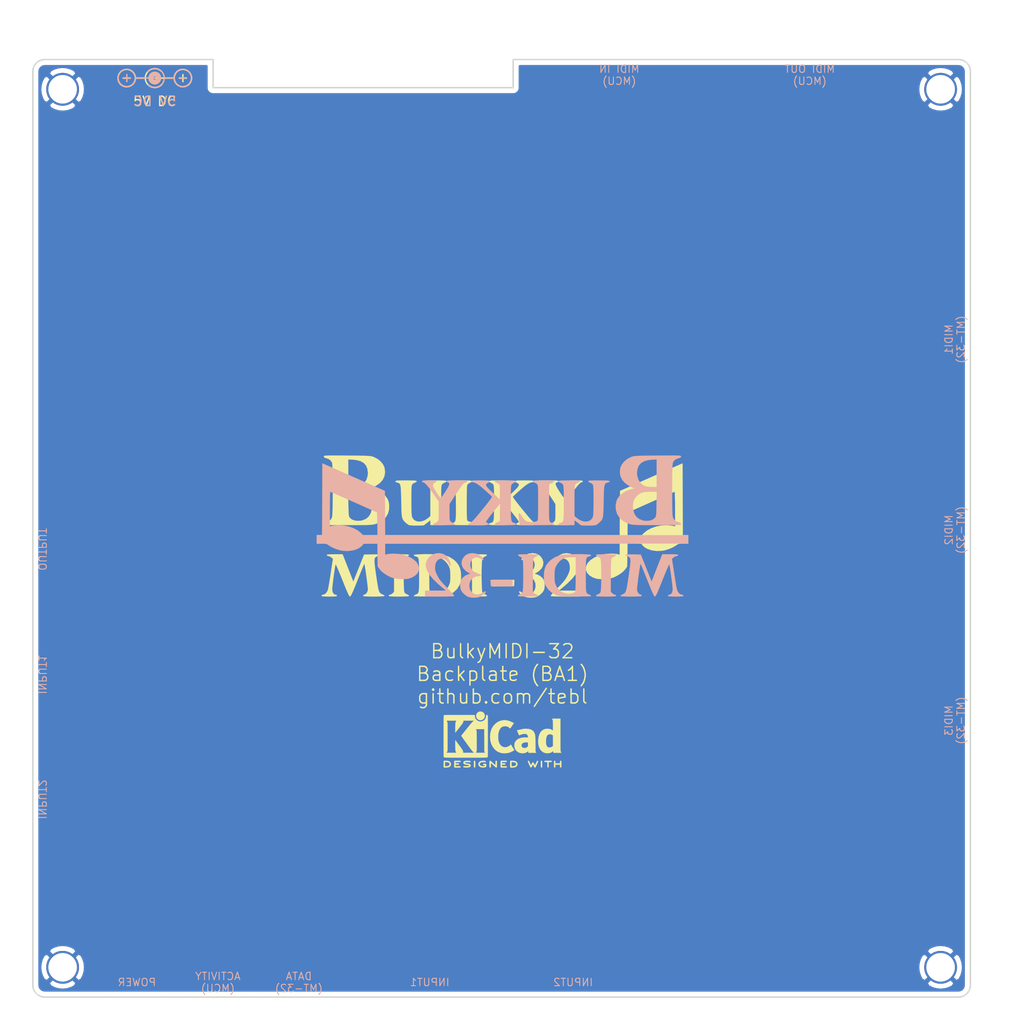
<source format=kicad_pcb>
(kicad_pcb (version 20171130) (host pcbnew "(5.1.8)-1")

  (general
    (thickness 1.6)
    (drawings 46)
    (tracks 0)
    (zones 0)
    (modules 8)
    (nets 2)
  )

  (page A4)
  (layers
    (0 F.Cu signal)
    (31 B.Cu signal)
    (32 B.Adhes user)
    (33 F.Adhes user)
    (34 B.Paste user)
    (35 F.Paste user)
    (36 B.SilkS user)
    (37 F.SilkS user)
    (38 B.Mask user)
    (39 F.Mask user)
    (40 Dwgs.User user)
    (41 Cmts.User user)
    (42 Eco1.User user)
    (43 Eco2.User user)
    (44 Edge.Cuts user)
    (45 Margin user)
    (46 B.CrtYd user)
    (47 F.CrtYd user)
    (48 B.Fab user)
    (49 F.Fab user)
  )

  (setup
    (last_trace_width 0.25)
    (user_trace_width 0.381)
    (trace_clearance 0.2)
    (zone_clearance 0.508)
    (zone_45_only no)
    (trace_min 0.2)
    (via_size 0.6)
    (via_drill 0.4)
    (via_min_size 0.4)
    (via_min_drill 0.3)
    (user_via 1 0.4)
    (uvia_size 0.3)
    (uvia_drill 0.1)
    (uvias_allowed no)
    (uvia_min_size 0.2)
    (uvia_min_drill 0.1)
    (edge_width 0.15)
    (segment_width 0.2)
    (pcb_text_width 0.3)
    (pcb_text_size 1.5 1.5)
    (mod_edge_width 0.15)
    (mod_text_size 1 1)
    (mod_text_width 0.15)
    (pad_size 4 4)
    (pad_drill 3.048)
    (pad_to_mask_clearance 0)
    (aux_axis_origin 0 0)
    (visible_elements 7FFFFFFF)
    (pcbplotparams
      (layerselection 0x011fc_ffffffff)
      (usegerberextensions true)
      (usegerberattributes false)
      (usegerberadvancedattributes false)
      (creategerberjobfile false)
      (excludeedgelayer true)
      (linewidth 0.100000)
      (plotframeref false)
      (viasonmask false)
      (mode 1)
      (useauxorigin false)
      (hpglpennumber 1)
      (hpglpenspeed 20)
      (hpglpendiameter 15.000000)
      (psnegative false)
      (psa4output false)
      (plotreference true)
      (plotvalue true)
      (plotinvisibletext false)
      (padsonsilk false)
      (subtractmaskfromsilk false)
      (outputformat 1)
      (mirror false)
      (drillshape 0)
      (scaleselection 1)
      (outputdirectory "export/"))
  )

  (net 0 "")
  (net 1 "Net-(M1-Pad1)")

  (net_class Default "This is the default net class."
    (clearance 0.2)
    (trace_width 0.25)
    (via_dia 0.6)
    (via_drill 0.4)
    (uvia_dia 0.3)
    (uvia_drill 0.1)
    (add_net "Net-(M1-Pad1)")
  )

  (net_class Power ""
    (clearance 0.2)
    (trace_width 0.381)
    (via_dia 1)
    (via_drill 0.4)
    (uvia_dia 0.3)
    (uvia_drill 0.1)
  )

  (module artwork:BulkyMIDI-32 locked (layer F.Cu) (tedit 0) (tstamp 6229A979)
    (at 120.269 104.394)
    (fp_text reference G*** (at 0 0) (layer F.SilkS) hide
      (effects (font (size 1.524 1.524) (thickness 0.3)))
    )
    (fp_text value LOGO (at 0.75 0) (layer F.SilkS) hide
      (effects (font (size 1.524 1.524) (thickness 0.3)))
    )
    (fp_poly (pts (xy 3.577374 2.909431) (xy 3.905373 3.07234) (xy 4.084865 3.234814) (xy 4.28365 3.536571)
      (xy 4.364074 3.856402) (xy 4.329643 4.176629) (xy 4.183861 4.479579) (xy 3.930232 4.747575)
      (xy 3.761777 4.864322) (xy 3.434001 5.061395) (xy 3.682638 5.135889) (xy 3.983532 5.275814)
      (xy 4.24039 5.487677) (xy 4.413265 5.737882) (xy 4.421884 5.75762) (xy 4.487799 6.021574)
      (xy 4.504666 6.338286) (xy 4.472418 6.644241) (xy 4.422957 6.812414) (xy 4.282028 7.035016)
      (xy 4.063872 7.258181) (xy 3.812207 7.443721) (xy 3.576369 7.55192) (xy 3.275574 7.603898)
      (xy 2.941768 7.612884) (xy 2.628676 7.580363) (xy 2.415811 7.519836) (xy 2.195845 7.405466)
      (xy 1.996496 7.269328) (xy 1.847714 7.135197) (xy 1.779449 7.026849) (xy 1.778 7.013518)
      (xy 1.793721 6.937537) (xy 1.855851 6.937633) (xy 1.986844 7.016738) (xy 2.028895 7.046289)
      (xy 2.203494 7.142126) (xy 2.423964 7.228086) (xy 2.488417 7.247109) (xy 2.685894 7.2883)
      (xy 2.835369 7.27688) (xy 3.006989 7.206826) (xy 3.017371 7.201695) (xy 3.29414 7.008959)
      (xy 3.464706 6.751886) (xy 3.537268 6.434105) (xy 3.512752 6.075561) (xy 3.383011 5.766072)
      (xy 3.163576 5.5237) (xy 2.869976 5.366505) (xy 2.573578 5.313346) (xy 2.397996 5.292429)
      (xy 2.297245 5.2521) (xy 2.286001 5.231383) (xy 2.340979 5.174178) (xy 2.484043 5.096356)
      (xy 2.653764 5.026423) (xy 2.887007 4.921159) (xy 3.097196 4.792474) (xy 3.198602 4.707504)
      (xy 3.372462 4.44515) (xy 3.443532 4.149733) (xy 3.412318 3.852845) (xy 3.279324 3.586079)
      (xy 3.178958 3.477538) (xy 2.935742 3.332177) (xy 2.673042 3.311981) (xy 2.393145 3.416996)
      (xy 2.323791 3.46075) (xy 2.158027 3.569573) (xy 2.070733 3.610593) (xy 2.03705 3.589849)
      (xy 2.032 3.531639) (xy 2.082936 3.42234) (xy 2.214171 3.280858) (xy 2.393348 3.133635)
      (xy 2.588108 3.007115) (xy 2.766091 2.927742) (xy 2.77363 2.925579) (xy 3.198045 2.86002)
      (xy 3.577374 2.909431)) (layer F.SilkS) (width 0.01))
    (fp_poly (pts (xy -16.478224 4.43803) (xy -15.907444 5.891561) (xy -15.332368 4.453905) (xy -14.757291 3.01625)
      (xy -13.950896 2.998477) (xy -13.613578 2.992998) (xy -13.383728 2.995355) (xy -13.241953 3.007456)
      (xy -13.168859 3.031211) (xy -13.145054 3.068529) (xy -13.1445 3.077852) (xy -13.196932 3.158029)
      (xy -13.264466 3.175) (xy -13.401424 3.213581) (xy -13.527022 3.290463) (xy -13.583673 3.347136)
      (xy -13.624447 3.422024) (xy -13.648783 3.528882) (xy -13.65612 3.681464) (xy -13.645899 3.893526)
      (xy -13.61756 4.178822) (xy -13.570541 4.551106) (xy -13.504284 5.024133) (xy -13.437888 5.478647)
      (xy -13.363575 5.973892) (xy -13.300684 6.359238) (xy -13.243394 6.650611) (xy -13.185884 6.863934)
      (xy -13.122334 7.015135) (xy -13.046923 7.120137) (xy -12.953831 7.194867) (xy -12.837237 7.255248)
      (xy -12.779375 7.280366) (xy -12.639787 7.347799) (xy -12.583328 7.40003) (xy -12.617522 7.438766)
      (xy -12.74989 7.465715) (xy -12.987953 7.482584) (xy -13.339233 7.491081) (xy -13.716 7.493)
      (xy -14.129033 7.49166) (xy -14.431346 7.486737) (xy -14.6392 7.476877) (xy -14.768858 7.460723)
      (xy -14.836579 7.436922) (xy -14.858625 7.404117) (xy -14.859 7.39775) (xy -14.807943 7.314253)
      (xy -14.760864 7.3025) (xy -14.607631 7.245717) (xy -14.469437 7.100822) (xy -14.37471 6.905995)
      (xy -14.34929 6.749761) (xy -14.356952 6.612063) (xy -14.379139 6.386247) (xy -14.412819 6.094227)
      (xy -14.454959 5.757917) (xy -14.502528 5.39923) (xy -14.552492 5.040081) (xy -14.601819 4.702382)
      (xy -14.647476 4.408048) (xy -14.68643 4.178992) (xy -14.715649 4.037128) (xy -14.729673 4.001098)
      (xy -14.760808 4.05792) (xy -14.832356 4.218367) (xy -14.938245 4.467874) (xy -15.072401 4.791879)
      (xy -15.228751 5.175819) (xy -15.401223 5.605132) (xy -15.457885 5.747348) (xy -15.66842 6.272678)
      (xy -15.839373 6.689114) (xy -15.975423 7.006803) (xy -16.08125 7.235888) (xy -16.161532 7.386515)
      (xy -16.220948 7.468829) (xy -16.262985 7.493) (xy -16.306393 7.467309) (xy -16.365948 7.383478)
      (xy -16.4463 7.231366) (xy -16.5521 7.000831) (xy -16.688 6.681734) (xy -16.858652 6.263933)
      (xy -17.068706 5.737289) (xy -17.071244 5.730875) (xy -17.246671 5.29327) (xy -17.408096 4.901507)
      (xy -17.549601 4.569091) (xy -17.665266 4.309527) (xy -17.749172 4.136322) (xy -17.7954 4.06298)
      (xy -17.80182 4.064) (xy -17.829275 4.182547) (xy -17.867674 4.40199) (xy -17.913609 4.697037)
      (xy -17.963675 5.042397) (xy -18.014466 5.412779) (xy -18.062576 5.78289) (xy -18.104598 6.12744)
      (xy -18.137128 6.421138) (xy -18.156757 6.638691) (xy -18.161001 6.731101) (xy -18.123061 7.006439)
      (xy -18.016207 7.199659) (xy -17.850885 7.295096) (xy -17.78 7.3025) (xy -17.676572 7.342204)
      (xy -17.653 7.39775) (xy -17.671398 7.437419) (xy -17.739113 7.464608) (xy -17.874932 7.481485)
      (xy -18.09764 7.490215) (xy -18.426023 7.492968) (xy -18.4785 7.493) (xy -18.822305 7.490877)
      (xy -19.057945 7.483063) (xy -19.204204 7.467392) (xy -19.279869 7.441695) (xy -19.303725 7.403805)
      (xy -19.304 7.39775) (xy -19.248646 7.321238) (xy -19.142364 7.3025) (xy -18.952538 7.243777)
      (xy -18.778092 7.085764) (xy -18.64543 6.855688) (xy -18.611455 6.754985) (xy -18.582762 6.623259)
      (xy -18.53905 6.386891) (xy -18.483881 6.066876) (xy -18.42082 5.684204) (xy -18.353431 5.259868)
      (xy -18.31165 4.989067) (xy -18.07984 3.469384) (xy -18.250961 3.322192) (xy -18.411711 3.220837)
      (xy -18.568886 3.175202) (xy -18.577291 3.175) (xy -18.702315 3.141243) (xy -18.7325 3.07975)
      (xy -18.714266 3.040413) (xy -18.647144 3.013335) (xy -18.512504 2.996406) (xy -18.291717 2.987518)
      (xy -17.966152 2.984564) (xy -17.890752 2.9845) (xy -17.049003 2.9845) (xy -16.478224 4.43803)) (layer F.SilkS) (width 0.01))
    (fp_poly (pts (xy -10.637719 2.986575) (xy -10.338915 2.993537) (xy -10.138124 3.006492) (xy -10.020879 3.026546)
      (xy -9.972715 3.054803) (xy -9.9695 3.066993) (xy -10.023441 3.140805) (xy -10.156241 3.216218)
      (xy -10.186282 3.227876) (xy -10.380114 3.347079) (xy -10.472032 3.504108) (xy -10.495854 3.637512)
      (xy -10.514744 3.872381) (xy -10.528774 4.187148) (xy -10.538019 4.560248) (xy -10.542552 4.970114)
      (xy -10.542448 5.395182) (xy -10.537781 5.813885) (xy -10.528625 6.204656) (xy -10.515053 6.545931)
      (xy -10.49714 6.816143) (xy -10.474959 6.993727) (xy -10.459884 7.046354) (xy -10.339568 7.178226)
      (xy -10.17507 7.261915) (xy -10.035822 7.324743) (xy -9.970243 7.3994) (xy -9.9695 7.406935)
      (xy -9.992832 7.439378) (xy -10.073082 7.462925) (xy -10.225633 7.478803) (xy -10.465866 7.488239)
      (xy -10.809164 7.492458) (xy -11.049 7.493) (xy -11.449001 7.49155) (xy -11.738715 7.486219)
      (xy -11.934831 7.475535) (xy -12.054039 7.458025) (xy -12.113029 7.432216) (xy -12.1285 7.39775)
      (xy -12.075277 7.320242) (xy -11.998614 7.3025) (xy -11.86616 7.259445) (xy -11.721388 7.154975)
      (xy -11.712864 7.146636) (xy -11.557 6.990772) (xy -11.557 5.30927) (xy -11.559208 4.851781)
      (xy -11.565426 4.429615) (xy -11.575048 4.061416) (xy -11.587466 3.765832) (xy -11.602073 3.561507)
      (xy -11.616867 3.470308) (xy -11.730959 3.325966) (xy -11.902617 3.231167) (xy -12.04882 3.158563)
      (xy -12.125263 3.082079) (xy -12.1285 3.066993) (xy -12.101345 3.035564) (xy -12.010235 3.01273)
      (xy -11.840705 2.997385) (xy -11.578288 2.988426) (xy -11.20852 2.984745) (xy -11.049 2.9845)
      (xy -10.637719 2.986575)) (layer F.SilkS) (width 0.01))
    (fp_poly (pts (xy -7.505535 2.982695) (xy -7.121606 2.994923) (xy -6.771974 3.013263) (xy -6.476779 3.037658)
      (xy -6.256163 3.068055) (xy -6.193471 3.081839) (xy -5.646244 3.282175) (xy -5.183178 3.575405)
      (xy -4.919481 3.82538) (xy -4.682472 4.141005) (xy -4.52602 4.48368) (xy -4.440399 4.883158)
      (xy -4.415863 5.36575) (xy -4.423027 5.667551) (xy -4.447065 5.888577) (xy -4.496693 6.074793)
      (xy -4.580629 6.272162) (xy -4.592437 6.296746) (xy -4.862885 6.711541) (xy -5.236344 7.055308)
      (xy -5.64388 7.293917) (xy -5.752573 7.34359) (xy -5.85297 7.382495) (xy -5.962049 7.412153)
      (xy -6.096791 7.434084) (xy -6.274175 7.449809) (xy -6.511181 7.46085) (xy -6.824788 7.468726)
      (xy -7.231977 7.474958) (xy -7.731125 7.480857) (xy -8.303419 7.485421) (xy -8.754435 7.484622)
      (xy -9.089789 7.478299) (xy -9.315098 7.466293) (xy -9.435975 7.448444) (xy -9.4615 7.43166)
      (xy -9.408592 7.362311) (xy -9.286992 7.296508) (xy -9.174329 7.253307) (xy -9.085273 7.20947)
      (xy -9.017051 7.150627) (xy -8.966892 7.062407) (xy -8.932021 6.93044) (xy -8.909668 6.740356)
      (xy -8.89706 6.477783) (xy -8.891424 6.128351) (xy -8.889988 5.67769) (xy -8.89 5.23875)
      (xy -8.890242 4.692976) (xy -8.892778 4.260262) (xy -8.90033 3.926668) (xy -8.915618 3.678252)
      (xy -8.941361 3.501077) (xy -8.98028 3.381201) (xy -9.035094 3.304685) (xy -9.03928 3.302)
      (xy -7.8105 3.302) (xy -7.8105 5.135724) (xy -7.809724 5.675878) (xy -7.806924 6.102766)
      (xy -7.801394 6.430117) (xy -7.792428 6.671659) (xy -7.779318 6.84112) (xy -7.761359 6.952227)
      (xy -7.737845 7.01871) (xy -7.711923 7.051261) (xy -7.565697 7.12427) (xy -7.352841 7.180532)
      (xy -7.133672 7.206969) (xy -7.01675 7.202017) (xy -6.866679 7.178813) (xy -6.675333 7.148634)
      (xy -6.663167 7.146696) (xy -6.360291 7.038965) (xy -6.07409 6.827195) (xy -5.831303 6.533949)
      (xy -5.733972 6.362659) (xy -5.654112 6.188814) (xy -5.602439 6.034138) (xy -5.572924 5.862658)
      (xy -5.55954 5.638406) (xy -5.556258 5.325409) (xy -5.55625 5.30225) (xy -5.560098 4.971479)
      (xy -5.575157 4.731614) (xy -5.606702 4.546703) (xy -5.660008 4.38079) (xy -5.707974 4.267982)
      (xy -5.898311 3.954644) (xy -6.156877 3.676375) (xy -6.448646 3.466131) (xy -6.655235 3.376677)
      (xy -6.850082 3.338025) (xy -7.111893 3.311042) (xy -7.357493 3.302) (xy -7.8105 3.302)
      (xy -9.03928 3.302) (xy -9.108524 3.257588) (xy -9.203291 3.225971) (xy -9.286875 3.204813)
      (xy -9.413315 3.145686) (xy -9.4615 3.072866) (xy -9.401442 3.040765) (xy -9.234693 3.015163)
      (xy -8.981396 2.996004) (xy -8.661691 2.983233) (xy -8.295718 2.976795) (xy -7.903619 2.976634)
      (xy -7.505535 2.982695)) (layer F.SilkS) (width 0.01))
    (fp_poly (pts (xy -2.319219 2.986575) (xy -2.020415 2.993537) (xy -1.819624 3.006492) (xy -1.702379 3.026546)
      (xy -1.654215 3.054803) (xy -1.651 3.066993) (xy -1.704941 3.140805) (xy -1.837741 3.216218)
      (xy -1.867782 3.227876) (xy -2.061614 3.347079) (xy -2.153532 3.504108) (xy -2.177354 3.637512)
      (xy -2.196244 3.872381) (xy -2.210274 4.187148) (xy -2.219519 4.560248) (xy -2.224052 4.970114)
      (xy -2.223948 5.395182) (xy -2.219281 5.813885) (xy -2.210125 6.204656) (xy -2.196553 6.545931)
      (xy -2.17864 6.816143) (xy -2.156459 6.993727) (xy -2.141384 7.046354) (xy -2.021068 7.178226)
      (xy -1.85657 7.261915) (xy -1.717322 7.324743) (xy -1.651743 7.3994) (xy -1.651 7.406935)
      (xy -1.674332 7.439378) (xy -1.754582 7.462925) (xy -1.907133 7.478803) (xy -2.147366 7.488239)
      (xy -2.490664 7.492458) (xy -2.7305 7.493) (xy -3.130501 7.49155) (xy -3.420215 7.486219)
      (xy -3.616331 7.475535) (xy -3.735539 7.458025) (xy -3.794529 7.432216) (xy -3.81 7.39775)
      (xy -3.756777 7.320242) (xy -3.680114 7.3025) (xy -3.54766 7.259445) (xy -3.402888 7.154975)
      (xy -3.394364 7.146636) (xy -3.2385 6.990772) (xy -3.2385 5.30927) (xy -3.240708 4.851781)
      (xy -3.246926 4.429615) (xy -3.256548 4.061416) (xy -3.268966 3.765832) (xy -3.283573 3.561507)
      (xy -3.298367 3.470308) (xy -3.412459 3.325966) (xy -3.584117 3.231167) (xy -3.73032 3.158563)
      (xy -3.806763 3.082079) (xy -3.81 3.066993) (xy -3.782845 3.035564) (xy -3.691735 3.01273)
      (xy -3.522205 2.997385) (xy -3.259788 2.988426) (xy -2.89002 2.984745) (xy -2.7305 2.9845)
      (xy -2.319219 2.986575)) (layer F.SilkS) (width 0.01))
    (fp_poly (pts (xy 7.203418 2.917091) (xy 7.556012 3.070997) (xy 7.834796 3.302111) (xy 8.059858 3.624677)
      (xy 8.169053 3.96806) (xy 8.16147 4.334508) (xy 8.036202 4.726269) (xy 7.79234 5.145592)
      (xy 7.428974 5.594724) (xy 6.945195 6.075915) (xy 6.586731 6.389369) (xy 6.028184 6.858)
      (xy 8.255 6.858) (xy 8.255 7.493) (xy 6.69925 7.493) (xy 6.191329 7.491552)
      (xy 5.798679 7.486812) (xy 5.5096 7.478183) (xy 5.312392 7.465067) (xy 5.195354 7.446867)
      (xy 5.146787 7.422986) (xy 5.143791 7.413625) (xy 5.18655 7.344533) (xy 5.304965 7.20216)
      (xy 5.484543 7.002677) (xy 5.710791 6.762256) (xy 5.926298 6.5405) (xy 6.236491 6.220693)
      (xy 6.471183 5.964566) (xy 6.648235 5.749705) (xy 6.78551 5.553696) (xy 6.900872 5.354126)
      (xy 6.95259 5.25275) (xy 7.083453 4.968832) (xy 7.158812 4.746222) (xy 7.191646 4.539272)
      (xy 7.196338 4.3955) (xy 7.152988 4.03276) (xy 7.030727 3.746436) (xy 6.84017 3.548059)
      (xy 6.591929 3.449162) (xy 6.330165 3.454325) (xy 6.120352 3.545244) (xy 5.912981 3.717206)
      (xy 5.74875 3.930154) (xy 5.677283 4.096914) (xy 5.620141 4.22878) (xy 5.56197 4.239394)
      (xy 5.526905 4.131985) (xy 5.5245 4.076467) (xy 5.569611 3.841821) (xy 5.687642 3.573034)
      (xy 5.852637 3.315671) (xy 6.03864 3.115296) (xy 6.096911 3.071609) (xy 6.44455 2.913508)
      (xy 6.823158 2.863298) (xy 7.203418 2.917091)) (layer F.SilkS) (width 0.01))
    (fp_poly (pts (xy 1.23825 6.38175) (xy -1.0795 6.416364) (xy -1.0795 5.715) (xy 1.276636 5.715)
      (xy 1.23825 6.38175)) (layer F.SilkS) (width 0.01))
    (fp_poly (pts (xy 19.225116 -2.880962) (xy 19.241483 0.9525) (xy 19.812 0.9525) (xy 19.812 1.8415)
      (xy 19.299763 1.8415) (xy 19.029429 1.846526) (xy 18.847433 1.867169) (xy 18.715319 1.911776)
      (xy 18.594632 1.988694) (xy 18.583762 1.996918) (xy 18.236292 2.213871) (xy 17.813414 2.404496)
      (xy 17.366602 2.547991) (xy 17.069343 2.608933) (xy 16.480995 2.639883) (xy 15.909634 2.561499)
      (xy 15.479688 2.419788) (xy 15.288561 2.316519) (xy 15.101166 2.181975) (xy 14.949658 2.043275)
      (xy 14.866197 1.927539) (xy 14.859 1.89634) (xy 14.799607 1.875121) (xy 14.637829 1.857722)
      (xy 14.398263 1.845922) (xy 14.105507 1.841501) (xy 14.100773 1.8415) (xy 13.342547 1.8415)
      (xy 13.322898 3.063875) (xy 13.30325 4.28625) (xy 13.119735 4.556807) (xy 12.907433 4.797064)
      (xy 12.604957 5.042059) (xy 12.245923 5.268152) (xy 11.863944 5.451701) (xy 11.825956 5.466737)
      (xy 11.539542 5.546201) (xy 11.176021 5.602402) (xy 10.781807 5.632293) (xy 10.403315 5.632828)
      (xy 10.086958 5.60096) (xy 10.015061 5.585622) (xy 9.611986 5.441917) (xy 9.284945 5.237694)
      (xy 9.047815 4.986225) (xy 8.914471 4.70078) (xy 8.89 4.509613) (xy 8.951692 4.18186)
      (xy 9.130207 3.871743) (xy 9.415704 3.587672) (xy 9.79834 3.33806) (xy 10.268276 3.131317)
      (xy 10.633716 3.019242) (xy 10.911069 2.968022) (xy 11.250529 2.935572) (xy 11.609802 2.922886)
      (xy 11.946596 2.930955) (xy 12.218615 2.960771) (xy 12.303544 2.980067) (xy 12.5095 3.039134)
      (xy 12.5095 1.8415) (xy -19.812 1.8415) (xy -19.812 0.9525) (xy 12.507954 0.9525)
      (xy 13.332257 0.9525) (xy 14.859 0.9525) (xy 15.106794 0.704705) (xy 15.465315 0.423141)
      (xy 15.914584 0.191299) (xy 16.424864 0.018749) (xy 16.966418 -0.084937) (xy 17.509507 -0.110188)
      (xy 17.62125 -0.104611) (xy 17.881423 -0.082901) (xy 18.107246 -0.05695) (xy 18.25638 -0.031766)
      (xy 18.272125 -0.027609) (xy 18.415 0.014812) (xy 18.415 -1.834094) (xy 18.413432 -2.303801)
      (xy 18.409 -2.729406) (xy 18.402108 -3.09518) (xy 18.393164 -3.385395) (xy 18.382571 -3.584322)
      (xy 18.370736 -3.676235) (xy 18.367375 -3.680663) (xy 18.301046 -3.655165) (xy 18.130926 -3.583241)
      (xy 17.869202 -3.470218) (xy 17.52806 -3.321421) (xy 17.119687 -3.142177) (xy 16.656269 -2.937813)
      (xy 16.149992 -2.713654) (xy 15.84325 -2.577441) (xy 13.36675 -1.476558) (xy 13.349503 -0.262029)
      (xy 13.332257 0.9525) (xy 12.507954 0.9525) (xy 12.54125 -3.777568) (xy 19.20875 -6.714424)
      (xy 19.225116 -2.880962)) (layer F.SilkS) (width 0.01))
    (fp_poly (pts (xy -6.694216 -4.887888) (xy -6.387959 -4.882253) (xy -6.177788 -4.871404) (xy -6.048262 -4.854145)
      (xy -5.983941 -4.829284) (xy -5.969 -4.801134) (xy -6.023175 -4.72146) (xy -6.129366 -4.672519)
      (xy -6.299701 -4.595152) (xy -6.415116 -4.506885) (xy -6.450925 -4.465377) (xy -6.47919 -4.411057)
      (xy -6.500801 -4.329599) (xy -6.516646 -4.206678) (xy -6.527615 -4.027969) (xy -6.534595 -3.779145)
      (xy -6.538477 -3.445881) (xy -6.540149 -3.013852) (xy -6.5405 -2.486342) (xy -6.540337 -1.924371)
      (xy -6.538174 -1.475864) (xy -6.531498 -1.127285) (xy -6.517799 -0.8651) (xy -6.494565 -0.675773)
      (xy -6.459286 -0.545768) (xy -6.40945 -0.461552) (xy -6.342544 -0.409588) (xy -6.256059 -0.37634)
      (xy -6.147483 -0.348275) (xy -6.143625 -0.347314) (xy -6.017186 -0.288187) (xy -5.969 -0.215367)
      (xy -5.992203 -0.178685) (xy -6.073385 -0.153298) (xy -6.229913 -0.137415) (xy -6.47915 -0.129246)
      (xy -6.82625 -0.127) (xy -7.6835 -0.127) (xy -7.6835 -0.639115) (xy -8.043425 -0.367183)
      (xy -8.40335 -0.09525) (xy -9.10705 -0.080703) (xy -9.409513 -0.080544) (xy -9.678665 -0.091463)
      (xy -9.880745 -0.111458) (xy -9.9695 -0.131823) (xy -10.114663 -0.217093) (xy -10.286142 -0.351136)
      (xy -10.340043 -0.400371) (xy -10.460306 -0.51825) (xy -10.555377 -0.626206) (xy -10.62854 -0.740669)
      (xy -10.683079 -0.878068) (xy -10.722278 -1.054831) (xy -10.749422 -1.287389) (xy -10.767795 -1.59217)
      (xy -10.780682 -1.985604) (xy -10.791365 -2.48412) (xy -10.795 -2.676255) (xy -10.805908 -3.217276)
      (xy -10.818153 -3.645364) (xy -10.834916 -3.974571) (xy -10.859379 -4.218951) (xy -10.894725 -4.392556)
      (xy -10.944133 -4.509439) (xy -11.010787 -4.583654) (xy -11.097866 -4.629253) (xy -11.208554 -4.66029)
      (xy -11.246085 -4.668697) (xy -11.37681 -4.724318) (xy -11.43 -4.799296) (xy -11.410587 -4.832147)
      (xy -11.341872 -4.856218) (xy -11.208142 -4.872749) (xy -10.993686 -4.882978) (xy -10.682792 -4.888148)
      (xy -10.287 -4.8895) (xy -9.869216 -4.887888) (xy -9.562959 -4.882253) (xy -9.352788 -4.871404)
      (xy -9.223262 -4.854145) (xy -9.158941 -4.829284) (xy -9.144 -4.801134) (xy -9.198175 -4.72146)
      (xy -9.304366 -4.672519) (xy -9.474701 -4.595152) (xy -9.590116 -4.506885) (xy -9.628486 -4.462041)
      (xy -9.658132 -4.403298) (xy -9.680172 -4.315021) (xy -9.695727 -4.181578) (xy -9.705916 -3.987334)
      (xy -9.711858 -3.716656) (xy -9.714673 -3.35391) (xy -9.715481 -2.883463) (xy -9.7155 -2.755972)
      (xy -9.714407 -2.241896) (xy -9.710524 -1.838741) (xy -9.702947 -1.530446) (xy -9.690773 -1.300946)
      (xy -9.673096 -1.134178) (xy -9.649013 -1.014079) (xy -9.617619 -0.924584) (xy -9.611688 -0.911675)
      (xy -9.440626 -0.684686) (xy -9.198359 -0.545325) (xy -8.905885 -0.493892) (xy -8.584209 -0.530682)
      (xy -8.25433 -0.655995) (xy -7.937251 -0.870129) (xy -7.917007 -0.887635) (xy -7.6835 -1.092657)
      (xy -7.6835 -2.737079) (xy -7.683989 -3.238189) (xy -7.686189 -3.627831) (xy -7.691201 -3.921536)
      (xy -7.700124 -4.134832) (xy -7.714059 -4.283252) (xy -7.734107 -4.382324) (xy -7.761366 -4.44758)
      (xy -7.796939 -4.494549) (xy -7.808885 -4.506885) (xy -7.96504 -4.618766) (xy -8.094635 -4.672519)
      (xy -8.214551 -4.732468) (xy -8.255 -4.801134) (xy -8.234139 -4.833434) (xy -8.161259 -4.857111)
      (xy -8.020921 -4.873359) (xy -7.797684 -4.883373) (xy -7.476105 -4.888345) (xy -7.112 -4.8895)
      (xy -6.694216 -4.887888)) (layer F.SilkS) (width 0.01))
    (fp_poly (pts (xy -17.498605 -7.550458) (xy -16.939835 -7.546588) (xy -16.557625 -7.543618) (xy -15.929063 -7.53849)
      (xy -15.413977 -7.533453) (xy -14.998846 -7.527698) (xy -14.67015 -7.520414) (xy -14.414369 -7.510793)
      (xy -14.217981 -7.498025) (xy -14.067466 -7.4813) (xy -13.949303 -7.45981) (xy -13.849972 -7.432744)
      (xy -13.755952 -7.399293) (xy -13.686219 -7.37171) (xy -13.308529 -7.170945) (xy -12.982798 -6.902956)
      (xy -12.733104 -6.592462) (xy -12.583524 -6.264185) (xy -12.574844 -6.230686) (xy -12.521012 -5.767746)
      (xy -12.587613 -5.34079) (xy -12.771894 -4.954913) (xy -13.071102 -4.615211) (xy -13.482483 -4.326778)
      (xy -13.650666 -4.239738) (xy -14.06525 -4.041391) (xy -13.7795 -3.967775) (xy -13.272329 -3.790973)
      (xy -12.835359 -3.54511) (xy -12.486167 -3.242431) (xy -12.243858 -2.898179) (xy -12.163074 -2.684349)
      (xy -12.100699 -2.42059) (xy -12.081226 -2.278463) (xy -12.093888 -1.783217) (xy -12.221398 -1.335321)
      (xy -12.457663 -0.943369) (xy -12.79659 -0.615957) (xy -13.232083 -0.361679) (xy -13.516314 -0.254293)
      (xy -13.624474 -0.222387) (xy -13.736018 -0.196285) (xy -13.864427 -0.175408) (xy -14.023185 -0.159178)
      (xy -14.225776 -0.147016) (xy -14.485683 -0.138346) (xy -14.816389 -0.132588) (xy -15.231377 -0.129164)
      (xy -15.74413 -0.127497) (xy -16.368132 -0.127008) (xy -16.484939 -0.127) (xy -17.122984 -0.127216)
      (xy -17.645535 -0.128217) (xy -18.064097 -0.130537) (xy -18.390175 -0.134709) (xy -18.635275 -0.141264)
      (xy -18.810902 -0.150735) (xy -18.928562 -0.163656) (xy -18.999761 -0.180558) (xy -19.036002 -0.201975)
      (xy -19.048793 -0.228439) (xy -19.05 -0.245748) (xy -19.008265 -0.337541) (xy -18.869388 -0.411593)
      (xy -18.768705 -0.443253) (xy -18.476279 -0.562406) (xy -18.283233 -0.737915) (xy -18.167044 -0.990523)
      (xy -18.164454 -0.999712) (xy -18.147644 -1.125262) (xy -18.13325 -1.360884) (xy -18.12127 -1.689673)
      (xy -18.111699 -2.094724) (xy -18.104537 -2.559132) (xy -18.099781 -3.065991) (xy -18.097429 -3.598397)
      (xy -18.097436 -3.683) (xy -16.457789 -3.683) (xy -16.43627 -2.385779) (xy -16.428094 -1.944254)
      (xy -16.418922 -1.611129) (xy -16.406809 -1.367808) (xy -16.389808 -1.195695) (xy -16.365975 -1.076195)
      (xy -16.333362 -0.990711) (xy -16.290026 -0.920647) (xy -16.281803 -0.909404) (xy -16.078636 -0.73445)
      (xy -15.791 -0.620271) (xy -15.449019 -0.572892) (xy -15.082817 -0.598339) (xy -14.915031 -0.636019)
      (xy -14.538606 -0.800138) (xy -14.246885 -1.057009) (xy -14.043977 -1.40123) (xy -13.933994 -1.827399)
      (xy -13.921908 -1.940945) (xy -13.922642 -2.379761) (xy -14.008545 -2.743799) (xy -14.18835 -3.059704)
      (xy -14.347763 -3.240044) (xy -14.55243 -3.419713) (xy -14.764263 -3.545206) (xy -15.011653 -3.625131)
      (xy -15.32299 -3.668098) (xy -15.726668 -3.682715) (xy -15.808637 -3.683) (xy -16.457789 -3.683)
      (xy -18.097436 -3.683) (xy -18.097478 -4.139446) (xy -18.097714 -4.191) (xy -16.4465 -4.191)
      (xy -15.986125 -4.191355) (xy -15.715571 -4.201127) (xy -15.459263 -4.226319) (xy -15.283131 -4.25908)
      (xy -14.957821 -4.412358) (xy -14.689253 -4.664747) (xy -14.490694 -4.996031) (xy -14.37541 -5.385994)
      (xy -14.351355 -5.678901) (xy -14.399779 -6.116514) (xy -14.544448 -6.472804) (xy -14.786421 -6.74875)
      (xy -15.126761 -6.945329) (xy -15.566526 -7.06352) (xy -15.889746 -7.097871) (xy -16.4465 -7.129616)
      (xy -16.4465 -4.191) (xy -18.097714 -4.191) (xy -18.099926 -4.67223) (xy -18.10477 -5.179847)
      (xy -18.112009 -5.64539) (xy -18.121639 -6.051955) (xy -18.133659 -6.382637) (xy -18.148066 -6.62053)
      (xy -18.164858 -6.74873) (xy -18.165251 -6.750179) (xy -18.295136 -6.989741) (xy -18.526464 -7.16983)
      (xy -18.842474 -7.277415) (xy -18.843625 -7.277633) (xy -18.99816 -7.332706) (xy -19.049675 -7.428702)
      (xy -19.05 -7.43996) (xy -19.046437 -7.470992) (xy -19.02795 -7.4962) (xy -18.982849 -7.516071)
      (xy -18.899443 -7.531092) (xy -18.766038 -7.541749) (xy -18.570944 -7.548528) (xy -18.302468 -7.551915)
      (xy -17.948919 -7.552396) (xy -17.498605 -7.550458)) (layer F.SilkS) (width 0.01))
    (fp_poly (pts (xy -3.963716 -4.887888) (xy -3.657459 -4.882253) (xy -3.447288 -4.871404) (xy -3.317762 -4.854145)
      (xy -3.253441 -4.829284) (xy -3.2385 -4.801134) (xy -3.292675 -4.72146) (xy -3.398866 -4.672519)
      (xy -3.569201 -4.595152) (xy -3.684616 -4.506885) (xy -3.720644 -4.465094) (xy -3.749032 -4.4104)
      (xy -3.770685 -4.328369) (xy -3.786512 -4.204563) (xy -3.797419 -4.024548) (xy -3.804314 -3.773888)
      (xy -3.808104 -3.438148) (xy -3.809697 -3.002891) (xy -3.81 -2.511851) (xy -3.809806 -1.976091)
      (xy -3.808541 -1.553098) (xy -3.805185 -1.22864) (xy -3.798719 -0.988484) (xy -3.788121 -0.818397)
      (xy -3.772372 -0.704147) (xy -3.75045 -0.631501) (xy -3.721336 -0.586226) (xy -3.68401 -0.55409)
      (xy -3.668871 -0.543351) (xy -3.49875 -0.478762) (xy -3.252004 -0.448471) (xy -2.974368 -0.452767)
      (xy -2.711578 -0.491933) (xy -2.569791 -0.536477) (xy -2.385607 -0.658174) (xy -2.198944 -0.877604)
      (xy -2.111456 -1.009856) (xy -1.948978 -1.250766) (xy -1.833339 -1.37458) (xy -1.761377 -1.380941)
      (xy -1.729925 -1.269494) (xy -1.73582 -1.039884) (xy -1.742319 -0.968375) (xy -1.770025 -0.712117)
      (xy -1.799272 -0.476231) (xy -1.820284 -0.333375) (xy -1.855634 -0.127) (xy -3.690067 -0.127)
      (xy -4.230679 -0.127833) (xy -4.656964 -0.130744) (xy -4.981589 -0.136357) (xy -5.217221 -0.145296)
      (xy -5.376524 -0.158182) (xy -5.472164 -0.175639) (xy -5.516808 -0.198289) (xy -5.5245 -0.217205)
      (xy -5.469636 -0.293372) (xy -5.340585 -0.347804) (xy -5.234537 -0.372842) (xy -5.149746 -0.40519)
      (xy -5.08397 -0.458073) (xy -5.034967 -0.544713) (xy -5.000496 -0.678336) (xy -4.978314 -0.872164)
      (xy -4.966181 -1.139422) (xy -4.961853 -1.493333) (xy -4.963091 -1.947122) (xy -4.967651 -2.514012)
      (xy -4.96793 -2.546046) (xy -4.98475 -4.47675) (xy -5.252324 -4.60375) (xy -5.424769 -4.692876)
      (xy -5.515918 -4.76189) (xy -5.518451 -4.813194) (xy -5.425046 -4.849191) (xy -5.228383 -4.872283)
      (xy -4.92114 -4.884872) (xy -4.495996 -4.889361) (xy -4.3815 -4.8895) (xy -3.963716 -4.887888)) (layer F.SilkS) (width 0.01))
    (fp_poly (pts (xy 2.736097 -4.887923) (xy 3.012875 -4.882119) (xy 3.196983 -4.87048) (xy 3.305575 -4.851398)
      (xy 3.355804 -4.823265) (xy 3.3655 -4.79425) (xy 3.310186 -4.717713) (xy 3.204639 -4.699)
      (xy 3.064929 -4.684486) (xy 2.912518 -4.635613) (xy 2.736484 -4.544382) (xy 2.525901 -4.402796)
      (xy 2.269848 -4.202858) (xy 1.957401 -3.936571) (xy 1.577638 -3.595937) (xy 1.119634 -3.172958)
      (xy 1.11709 -3.170586) (xy 1.12903 -3.111063) (xy 1.212093 -2.973323) (xy 1.368433 -2.754558)
      (xy 1.600203 -2.451957) (xy 1.909559 -2.06271) (xy 2.298652 -1.584007) (xy 2.769638 -1.013038)
      (xy 2.78443 -0.995207) (xy 3.037825 -0.70707) (xy 3.258108 -0.490735) (xy 3.429433 -0.36135)
      (xy 3.467055 -0.342524) (xy 3.611778 -0.273715) (xy 3.671564 -0.220515) (xy 3.639118 -0.181167)
      (xy 3.507144 -0.153914) (xy 3.268349 -0.137001) (xy 2.915435 -0.128671) (xy 2.57175 -0.127)
      (xy 2.150252 -0.129156) (xy 1.842163 -0.136274) (xy 1.63395 -0.149331) (xy 1.512085 -0.169303)
      (xy 1.463037 -0.197167) (xy 1.4605 -0.207193) (xy 1.512024 -0.292712) (xy 1.599267 -0.350068)
      (xy 1.715539 -0.423612) (xy 1.758416 -0.477448) (xy 1.726594 -0.544745) (xy 1.625865 -0.693601)
      (xy 1.468257 -0.907705) (xy 1.265799 -1.170746) (xy 1.030518 -1.466412) (xy 1.014653 -1.486029)
      (xy 0.250508 -2.429912) (xy 0.28575 -0.53975) (xy 0.553323 -0.41275) (xy 0.725768 -0.323625)
      (xy 0.816917 -0.254611) (xy 0.81945 -0.203307) (xy 0.726045 -0.16731) (xy 0.529382 -0.144218)
      (xy 0.222139 -0.131629) (xy -0.203005 -0.12714) (xy -0.3175 -0.127) (xy -0.733768 -0.128533)
      (xy -1.038775 -0.133956) (xy -1.248234 -0.144509) (xy -1.377858 -0.161434) (xy -1.443358 -0.18597)
      (xy -1.4605 -0.217205) (xy -1.405515 -0.292536) (xy -1.272968 -0.348588) (xy -1.270079 -0.349233)
      (xy -1.166135 -0.375651) (xy -1.083042 -0.41319) (xy -1.018468 -0.475153) (xy -0.970078 -0.574843)
      (xy -0.935542 -0.725562) (xy -0.912527 -0.940612) (xy -0.898698 -1.233296) (xy -0.891725 -1.616915)
      (xy -0.889274 -2.104773) (xy -0.889 -2.52238) (xy -0.889391 -3.058343) (xy -0.891172 -3.481789)
      (xy -0.895259 -3.807199) (xy -0.902567 -4.049056) (xy -0.914011 -4.22184) (xy -0.930506 -4.340035)
      (xy -0.952966 -4.418121) (xy -0.982307 -4.47058) (xy -1.014385 -4.506885) (xy -1.17054 -4.618766)
      (xy -1.300135 -4.672519) (xy -1.420051 -4.732468) (xy -1.4605 -4.801134) (xy -1.439639 -4.833434)
      (xy -1.366759 -4.857111) (xy -1.226421 -4.873359) (xy -1.003184 -4.883373) (xy -0.681605 -4.888345)
      (xy -0.3175 -4.8895) (xy 0.106913 -4.887576) (xy 0.418537 -4.881119) (xy 0.631534 -4.869109)
      (xy 0.760067 -4.850524) (xy 0.818298 -4.82434) (xy 0.8255 -4.807007) (xy 0.771497 -4.733722)
      (xy 0.63813 -4.65778) (xy 0.603292 -4.644162) (xy 0.437092 -4.558348) (xy 0.323435 -4.454322)
      (xy 0.315524 -4.441308) (xy 0.289339 -4.326284) (xy 0.272068 -4.112373) (xy 0.26527 -3.827479)
      (xy 0.267856 -3.589193) (xy 0.28575 -2.859579) (xy 1.035192 -3.565429) (xy 1.345859 -3.863549)
      (xy 1.565964 -4.092189) (xy 1.701605 -4.264245) (xy 1.758882 -4.392612) (xy 1.743893 -4.490187)
      (xy 1.662737 -4.569864) (xy 1.541249 -4.6355) (xy 1.404467 -4.719148) (xy 1.336481 -4.80004)
      (xy 1.334874 -4.810125) (xy 1.366088 -4.84157) (xy 1.470038 -4.864167) (xy 1.660301 -4.878979)
      (xy 1.950458 -4.88707) (xy 2.3495 -4.8895) (xy 2.736097 -4.887923)) (layer F.SilkS) (width 0.01))
    (fp_poly (pts (xy 8.13903 -4.887112) (xy 8.360051 -4.878329) (xy 8.492992 -4.860721) (xy 8.55728 -4.831861)
      (xy 8.5725 -4.79425) (xy 8.524169 -4.710008) (xy 8.482122 -4.699) (xy 8.362249 -4.659231)
      (xy 8.205901 -4.535573) (xy 8.007133 -4.321503) (xy 7.76 -4.010497) (xy 7.458559 -3.596033)
      (xy 7.396069 -3.507073) (xy 6.7945 -2.646762) (xy 6.7945 -1.637995) (xy 6.795204 -1.258666)
      (xy 6.799222 -0.984999) (xy 6.809408 -0.795658) (xy 6.828618 -0.669307) (xy 6.859708 -0.584609)
      (xy 6.905533 -0.520227) (xy 6.950363 -0.473364) (xy 7.093521 -0.366085) (xy 7.228942 -0.317723)
      (xy 7.236113 -0.3175) (xy 7.341805 -0.27847) (xy 7.366 -0.22225) (xy 7.349923 -0.187831)
      (xy 7.290853 -0.162638) (xy 7.172527 -0.145317) (xy 6.978686 -0.134512) (xy 6.693068 -0.128869)
      (xy 6.299412 -0.127032) (xy 6.223 -0.127) (xy 5.809967 -0.12834) (xy 5.507654 -0.133263)
      (xy 5.2998 -0.143123) (xy 5.170142 -0.159277) (xy 5.102421 -0.183078) (xy 5.080375 -0.215883)
      (xy 5.08 -0.22225) (xy 5.133223 -0.299758) (xy 5.209886 -0.3175) (xy 5.34234 -0.360555)
      (xy 5.487112 -0.465025) (xy 5.495636 -0.473364) (xy 5.558019 -0.541527) (xy 5.601066 -0.615232)
      (xy 5.628358 -0.718031) (xy 5.643472 -0.873478) (xy 5.649989 -1.105125) (xy 5.651486 -1.436524)
      (xy 5.6515 -1.499033) (xy 5.6515 -2.368838) (xy 4.97609 -3.409122) (xy 4.698464 -3.830512)
      (xy 4.474941 -4.153643) (xy 4.295654 -4.389967) (xy 4.150737 -4.550939) (xy 4.030325 -4.64801)
      (xy 3.92455 -4.692634) (xy 3.864936 -4.699) (xy 3.766771 -4.741123) (xy 3.7465 -4.79425)
      (xy 3.762747 -4.829099) (xy 3.822471 -4.854475) (xy 3.942142 -4.87179) (xy 4.138232 -4.882458)
      (xy 4.427212 -4.887889) (xy 4.825554 -4.889495) (xy 4.85775 -4.8895) (xy 5.267062 -4.887936)
      (xy 5.565396 -4.882372) (xy 5.768741 -4.871501) (xy 5.89309 -4.854015) (xy 5.954434 -4.828608)
      (xy 5.969 -4.798667) (xy 5.914946 -4.719972) (xy 5.826125 -4.687542) (xy 5.710624 -4.643326)
      (xy 5.666115 -4.546787) (xy 5.695245 -4.388134) (xy 5.800663 -4.157575) (xy 5.985016 -3.845317)
      (xy 6.103604 -3.66159) (xy 6.295263 -3.37579) (xy 6.432862 -3.185714) (xy 6.5279 -3.078313)
      (xy 6.591878 -3.040542) (xy 6.635372 -3.05834) (xy 6.753302 -3.203994) (xy 6.898529 -3.409727)
      (xy 7.053745 -3.647431) (xy 7.201642 -3.888998) (xy 7.32491 -4.106321) (xy 7.406241 -4.271292)
      (xy 7.4295 -4.347929) (xy 7.382921 -4.496786) (xy 7.272365 -4.630058) (xy 7.141604 -4.697629)
      (xy 7.122874 -4.699001) (xy 7.056965 -4.750251) (xy 7.0485 -4.79425) (xy 7.067605 -4.835317)
      (xy 7.137873 -4.862944) (xy 7.278733 -4.879562) (xy 7.509614 -4.887598) (xy 7.8105 -4.8895)
      (xy 8.13903 -4.887112)) (layer F.SilkS) (width 0.01))
  )

  (module BulkyMIDI-32:PWR_Specification locked (layer F.Cu) (tedit 61EDF347) (tstamp 6229A3BE)
    (at 83.185 56.515)
    (descr "Barrel connector polarity indicator")
    (tags "barrel polarity")
    (attr virtual)
    (fp_text reference REF** (at 0 -2) (layer F.SilkS) hide
      (effects (font (size 1 1) (thickness 0.15)))
    )
    (fp_text value PWR_Spec (at 0 2) (layer F.Fab)
      (effects (font (size 1 1) (thickness 0.15)))
    )
    (fp_circle (center 0 0.075) (end 0 0.25) (layer F.SilkS) (width 0.5))
    (fp_circle (center 3 0.075) (end 3 1) (layer F.SilkS) (width 0.15))
    (fp_circle (center -3 0.075) (end -3 1) (layer F.SilkS) (width 0.15))
    (fp_line (start -2 0.075) (end -1.1 0.075) (layer F.SilkS) (width 0.15))
    (fp_line (start 0 0.075) (end 2 0.075) (layer F.SilkS) (width 0.15))
    (fp_circle (center -2.9845 0.0635) (end -2.0595 0.0635) (layer B.SilkS) (width 0.15))
    (fp_circle (center 2.9845 0.0635) (end 3.9095 0.0635) (layer B.SilkS) (width 0.15))
    (fp_line (start 0 0.0635) (end -2 0.0635) (layer B.SilkS) (width 0.15))
    (fp_circle (center 0 0.0635) (end 0.175 0.0635) (layer B.SilkS) (width 0.5))
    (fp_line (start 1.0685 0.0635) (end 1.9685 0.0635) (layer B.SilkS) (width 0.15))
    (fp_arc (start 0 0.0635) (end -0.75 -0.6115) (angle 270) (layer B.SilkS) (width 0.15))
    (fp_text user + (at -2.9845 0) (layer B.SilkS)
      (effects (font (size 1 1) (thickness 0.15)))
    )
    (fp_text user - (at 2.9845 0) (layer B.SilkS)
      (effects (font (size 1 1) (thickness 0.15)))
    )
    (fp_text user - (at -3 0) (layer F.SilkS)
      (effects (font (size 1 1) (thickness 0.15)))
    )
    (fp_text user + (at 3 0) (layer F.SilkS)
      (effects (font (size 1 1) (thickness 0.15)))
    )
    (fp_arc (start 0 0.075) (end 0.75 0.75) (angle 270) (layer F.SilkS) (width 0.15))
  )

  (module artwork:BulkyMIDI-32 locked (layer B.Cu) (tedit 0) (tstamp 6229A8AE)
    (at 120.269 104.394 180)
    (fp_text reference G*** (at 0 0) (layer B.SilkS) hide
      (effects (font (size 1.524 1.524) (thickness 0.3)) (justify mirror))
    )
    (fp_text value LOGO (at 0.75 0) (layer B.SilkS) hide
      (effects (font (size 1.524 1.524) (thickness 0.3)) (justify mirror))
    )
    (fp_poly (pts (xy 3.577374 -2.909431) (xy 3.905373 -3.07234) (xy 4.084865 -3.234814) (xy 4.28365 -3.536571)
      (xy 4.364074 -3.856402) (xy 4.329643 -4.176629) (xy 4.183861 -4.479579) (xy 3.930232 -4.747575)
      (xy 3.761777 -4.864322) (xy 3.434001 -5.061395) (xy 3.682638 -5.135889) (xy 3.983532 -5.275814)
      (xy 4.24039 -5.487677) (xy 4.413265 -5.737882) (xy 4.421884 -5.75762) (xy 4.487799 -6.021574)
      (xy 4.504666 -6.338286) (xy 4.472418 -6.644241) (xy 4.422957 -6.812414) (xy 4.282028 -7.035016)
      (xy 4.063872 -7.258181) (xy 3.812207 -7.443721) (xy 3.576369 -7.55192) (xy 3.275574 -7.603898)
      (xy 2.941768 -7.612884) (xy 2.628676 -7.580363) (xy 2.415811 -7.519836) (xy 2.195845 -7.405466)
      (xy 1.996496 -7.269328) (xy 1.847714 -7.135197) (xy 1.779449 -7.026849) (xy 1.778 -7.013518)
      (xy 1.793721 -6.937537) (xy 1.855851 -6.937633) (xy 1.986844 -7.016738) (xy 2.028895 -7.046289)
      (xy 2.203494 -7.142126) (xy 2.423964 -7.228086) (xy 2.488417 -7.247109) (xy 2.685894 -7.2883)
      (xy 2.835369 -7.27688) (xy 3.006989 -7.206826) (xy 3.017371 -7.201695) (xy 3.29414 -7.008959)
      (xy 3.464706 -6.751886) (xy 3.537268 -6.434105) (xy 3.512752 -6.075561) (xy 3.383011 -5.766072)
      (xy 3.163576 -5.5237) (xy 2.869976 -5.366505) (xy 2.573578 -5.313346) (xy 2.397996 -5.292429)
      (xy 2.297245 -5.2521) (xy 2.286001 -5.231383) (xy 2.340979 -5.174178) (xy 2.484043 -5.096356)
      (xy 2.653764 -5.026423) (xy 2.887007 -4.921159) (xy 3.097196 -4.792474) (xy 3.198602 -4.707504)
      (xy 3.372462 -4.44515) (xy 3.443532 -4.149733) (xy 3.412318 -3.852845) (xy 3.279324 -3.586079)
      (xy 3.178958 -3.477538) (xy 2.935742 -3.332177) (xy 2.673042 -3.311981) (xy 2.393145 -3.416996)
      (xy 2.323791 -3.46075) (xy 2.158027 -3.569573) (xy 2.070733 -3.610593) (xy 2.03705 -3.589849)
      (xy 2.032 -3.531639) (xy 2.082936 -3.42234) (xy 2.214171 -3.280858) (xy 2.393348 -3.133635)
      (xy 2.588108 -3.007115) (xy 2.766091 -2.927742) (xy 2.77363 -2.925579) (xy 3.198045 -2.86002)
      (xy 3.577374 -2.909431)) (layer B.SilkS) (width 0.01))
    (fp_poly (pts (xy -16.478224 -4.43803) (xy -15.907444 -5.891561) (xy -15.332368 -4.453905) (xy -14.757291 -3.01625)
      (xy -13.950896 -2.998477) (xy -13.613578 -2.992998) (xy -13.383728 -2.995355) (xy -13.241953 -3.007456)
      (xy -13.168859 -3.031211) (xy -13.145054 -3.068529) (xy -13.1445 -3.077852) (xy -13.196932 -3.158029)
      (xy -13.264466 -3.175) (xy -13.401424 -3.213581) (xy -13.527022 -3.290463) (xy -13.583673 -3.347136)
      (xy -13.624447 -3.422024) (xy -13.648783 -3.528882) (xy -13.65612 -3.681464) (xy -13.645899 -3.893526)
      (xy -13.61756 -4.178822) (xy -13.570541 -4.551106) (xy -13.504284 -5.024133) (xy -13.437888 -5.478647)
      (xy -13.363575 -5.973892) (xy -13.300684 -6.359238) (xy -13.243394 -6.650611) (xy -13.185884 -6.863934)
      (xy -13.122334 -7.015135) (xy -13.046923 -7.120137) (xy -12.953831 -7.194867) (xy -12.837237 -7.255248)
      (xy -12.779375 -7.280366) (xy -12.639787 -7.347799) (xy -12.583328 -7.40003) (xy -12.617522 -7.438766)
      (xy -12.74989 -7.465715) (xy -12.987953 -7.482584) (xy -13.339233 -7.491081) (xy -13.716 -7.493)
      (xy -14.129033 -7.49166) (xy -14.431346 -7.486737) (xy -14.6392 -7.476877) (xy -14.768858 -7.460723)
      (xy -14.836579 -7.436922) (xy -14.858625 -7.404117) (xy -14.859 -7.39775) (xy -14.807943 -7.314253)
      (xy -14.760864 -7.3025) (xy -14.607631 -7.245717) (xy -14.469437 -7.100822) (xy -14.37471 -6.905995)
      (xy -14.34929 -6.749761) (xy -14.356952 -6.612063) (xy -14.379139 -6.386247) (xy -14.412819 -6.094227)
      (xy -14.454959 -5.757917) (xy -14.502528 -5.39923) (xy -14.552492 -5.040081) (xy -14.601819 -4.702382)
      (xy -14.647476 -4.408048) (xy -14.68643 -4.178992) (xy -14.715649 -4.037128) (xy -14.729673 -4.001098)
      (xy -14.760808 -4.05792) (xy -14.832356 -4.218367) (xy -14.938245 -4.467874) (xy -15.072401 -4.791879)
      (xy -15.228751 -5.175819) (xy -15.401223 -5.605132) (xy -15.457885 -5.747348) (xy -15.66842 -6.272678)
      (xy -15.839373 -6.689114) (xy -15.975423 -7.006803) (xy -16.08125 -7.235888) (xy -16.161532 -7.386515)
      (xy -16.220948 -7.468829) (xy -16.262985 -7.493) (xy -16.306393 -7.467309) (xy -16.365948 -7.383478)
      (xy -16.4463 -7.231366) (xy -16.5521 -7.000831) (xy -16.688 -6.681734) (xy -16.858652 -6.263933)
      (xy -17.068706 -5.737289) (xy -17.071244 -5.730875) (xy -17.246671 -5.29327) (xy -17.408096 -4.901507)
      (xy -17.549601 -4.569091) (xy -17.665266 -4.309527) (xy -17.749172 -4.136322) (xy -17.7954 -4.06298)
      (xy -17.80182 -4.064) (xy -17.829275 -4.182547) (xy -17.867674 -4.40199) (xy -17.913609 -4.697037)
      (xy -17.963675 -5.042397) (xy -18.014466 -5.412779) (xy -18.062576 -5.78289) (xy -18.104598 -6.12744)
      (xy -18.137128 -6.421138) (xy -18.156757 -6.638691) (xy -18.161001 -6.731101) (xy -18.123061 -7.006439)
      (xy -18.016207 -7.199659) (xy -17.850885 -7.295096) (xy -17.78 -7.3025) (xy -17.676572 -7.342204)
      (xy -17.653 -7.39775) (xy -17.671398 -7.437419) (xy -17.739113 -7.464608) (xy -17.874932 -7.481485)
      (xy -18.09764 -7.490215) (xy -18.426023 -7.492968) (xy -18.4785 -7.493) (xy -18.822305 -7.490877)
      (xy -19.057945 -7.483063) (xy -19.204204 -7.467392) (xy -19.279869 -7.441695) (xy -19.303725 -7.403805)
      (xy -19.304 -7.39775) (xy -19.248646 -7.321238) (xy -19.142364 -7.3025) (xy -18.952538 -7.243777)
      (xy -18.778092 -7.085764) (xy -18.64543 -6.855688) (xy -18.611455 -6.754985) (xy -18.582762 -6.623259)
      (xy -18.53905 -6.386891) (xy -18.483881 -6.066876) (xy -18.42082 -5.684204) (xy -18.353431 -5.259868)
      (xy -18.31165 -4.989067) (xy -18.07984 -3.469384) (xy -18.250961 -3.322192) (xy -18.411711 -3.220837)
      (xy -18.568886 -3.175202) (xy -18.577291 -3.175) (xy -18.702315 -3.141243) (xy -18.7325 -3.07975)
      (xy -18.714266 -3.040413) (xy -18.647144 -3.013335) (xy -18.512504 -2.996406) (xy -18.291717 -2.987518)
      (xy -17.966152 -2.984564) (xy -17.890752 -2.9845) (xy -17.049003 -2.9845) (xy -16.478224 -4.43803)) (layer B.SilkS) (width 0.01))
    (fp_poly (pts (xy -10.637719 -2.986575) (xy -10.338915 -2.993537) (xy -10.138124 -3.006492) (xy -10.020879 -3.026546)
      (xy -9.972715 -3.054803) (xy -9.9695 -3.066993) (xy -10.023441 -3.140805) (xy -10.156241 -3.216218)
      (xy -10.186282 -3.227876) (xy -10.380114 -3.347079) (xy -10.472032 -3.504108) (xy -10.495854 -3.637512)
      (xy -10.514744 -3.872381) (xy -10.528774 -4.187148) (xy -10.538019 -4.560248) (xy -10.542552 -4.970114)
      (xy -10.542448 -5.395182) (xy -10.537781 -5.813885) (xy -10.528625 -6.204656) (xy -10.515053 -6.545931)
      (xy -10.49714 -6.816143) (xy -10.474959 -6.993727) (xy -10.459884 -7.046354) (xy -10.339568 -7.178226)
      (xy -10.17507 -7.261915) (xy -10.035822 -7.324743) (xy -9.970243 -7.3994) (xy -9.9695 -7.406935)
      (xy -9.992832 -7.439378) (xy -10.073082 -7.462925) (xy -10.225633 -7.478803) (xy -10.465866 -7.488239)
      (xy -10.809164 -7.492458) (xy -11.049 -7.493) (xy -11.449001 -7.49155) (xy -11.738715 -7.486219)
      (xy -11.934831 -7.475535) (xy -12.054039 -7.458025) (xy -12.113029 -7.432216) (xy -12.1285 -7.39775)
      (xy -12.075277 -7.320242) (xy -11.998614 -7.3025) (xy -11.86616 -7.259445) (xy -11.721388 -7.154975)
      (xy -11.712864 -7.146636) (xy -11.557 -6.990772) (xy -11.557 -5.30927) (xy -11.559208 -4.851781)
      (xy -11.565426 -4.429615) (xy -11.575048 -4.061416) (xy -11.587466 -3.765832) (xy -11.602073 -3.561507)
      (xy -11.616867 -3.470308) (xy -11.730959 -3.325966) (xy -11.902617 -3.231167) (xy -12.04882 -3.158563)
      (xy -12.125263 -3.082079) (xy -12.1285 -3.066993) (xy -12.101345 -3.035564) (xy -12.010235 -3.01273)
      (xy -11.840705 -2.997385) (xy -11.578288 -2.988426) (xy -11.20852 -2.984745) (xy -11.049 -2.9845)
      (xy -10.637719 -2.986575)) (layer B.SilkS) (width 0.01))
    (fp_poly (pts (xy -7.505535 -2.982695) (xy -7.121606 -2.994923) (xy -6.771974 -3.013263) (xy -6.476779 -3.037658)
      (xy -6.256163 -3.068055) (xy -6.193471 -3.081839) (xy -5.646244 -3.282175) (xy -5.183178 -3.575405)
      (xy -4.919481 -3.82538) (xy -4.682472 -4.141005) (xy -4.52602 -4.48368) (xy -4.440399 -4.883158)
      (xy -4.415863 -5.36575) (xy -4.423027 -5.667551) (xy -4.447065 -5.888577) (xy -4.496693 -6.074793)
      (xy -4.580629 -6.272162) (xy -4.592437 -6.296746) (xy -4.862885 -6.711541) (xy -5.236344 -7.055308)
      (xy -5.64388 -7.293917) (xy -5.752573 -7.34359) (xy -5.85297 -7.382495) (xy -5.962049 -7.412153)
      (xy -6.096791 -7.434084) (xy -6.274175 -7.449809) (xy -6.511181 -7.46085) (xy -6.824788 -7.468726)
      (xy -7.231977 -7.474958) (xy -7.731125 -7.480857) (xy -8.303419 -7.485421) (xy -8.754435 -7.484622)
      (xy -9.089789 -7.478299) (xy -9.315098 -7.466293) (xy -9.435975 -7.448444) (xy -9.4615 -7.43166)
      (xy -9.408592 -7.362311) (xy -9.286992 -7.296508) (xy -9.174329 -7.253307) (xy -9.085273 -7.20947)
      (xy -9.017051 -7.150627) (xy -8.966892 -7.062407) (xy -8.932021 -6.93044) (xy -8.909668 -6.740356)
      (xy -8.89706 -6.477783) (xy -8.891424 -6.128351) (xy -8.889988 -5.67769) (xy -8.89 -5.23875)
      (xy -8.890242 -4.692976) (xy -8.892778 -4.260262) (xy -8.90033 -3.926668) (xy -8.915618 -3.678252)
      (xy -8.941361 -3.501077) (xy -8.98028 -3.381201) (xy -9.035094 -3.304685) (xy -9.03928 -3.302)
      (xy -7.8105 -3.302) (xy -7.8105 -5.135724) (xy -7.809724 -5.675878) (xy -7.806924 -6.102766)
      (xy -7.801394 -6.430117) (xy -7.792428 -6.671659) (xy -7.779318 -6.84112) (xy -7.761359 -6.952227)
      (xy -7.737845 -7.01871) (xy -7.711923 -7.051261) (xy -7.565697 -7.12427) (xy -7.352841 -7.180532)
      (xy -7.133672 -7.206969) (xy -7.01675 -7.202017) (xy -6.866679 -7.178813) (xy -6.675333 -7.148634)
      (xy -6.663167 -7.146696) (xy -6.360291 -7.038965) (xy -6.07409 -6.827195) (xy -5.831303 -6.533949)
      (xy -5.733972 -6.362659) (xy -5.654112 -6.188814) (xy -5.602439 -6.034138) (xy -5.572924 -5.862658)
      (xy -5.55954 -5.638406) (xy -5.556258 -5.325409) (xy -5.55625 -5.30225) (xy -5.560098 -4.971479)
      (xy -5.575157 -4.731614) (xy -5.606702 -4.546703) (xy -5.660008 -4.38079) (xy -5.707974 -4.267982)
      (xy -5.898311 -3.954644) (xy -6.156877 -3.676375) (xy -6.448646 -3.466131) (xy -6.655235 -3.376677)
      (xy -6.850082 -3.338025) (xy -7.111893 -3.311042) (xy -7.357493 -3.302) (xy -7.8105 -3.302)
      (xy -9.03928 -3.302) (xy -9.108524 -3.257588) (xy -9.203291 -3.225971) (xy -9.286875 -3.204813)
      (xy -9.413315 -3.145686) (xy -9.4615 -3.072866) (xy -9.401442 -3.040765) (xy -9.234693 -3.015163)
      (xy -8.981396 -2.996004) (xy -8.661691 -2.983233) (xy -8.295718 -2.976795) (xy -7.903619 -2.976634)
      (xy -7.505535 -2.982695)) (layer B.SilkS) (width 0.01))
    (fp_poly (pts (xy -2.319219 -2.986575) (xy -2.020415 -2.993537) (xy -1.819624 -3.006492) (xy -1.702379 -3.026546)
      (xy -1.654215 -3.054803) (xy -1.651 -3.066993) (xy -1.704941 -3.140805) (xy -1.837741 -3.216218)
      (xy -1.867782 -3.227876) (xy -2.061614 -3.347079) (xy -2.153532 -3.504108) (xy -2.177354 -3.637512)
      (xy -2.196244 -3.872381) (xy -2.210274 -4.187148) (xy -2.219519 -4.560248) (xy -2.224052 -4.970114)
      (xy -2.223948 -5.395182) (xy -2.219281 -5.813885) (xy -2.210125 -6.204656) (xy -2.196553 -6.545931)
      (xy -2.17864 -6.816143) (xy -2.156459 -6.993727) (xy -2.141384 -7.046354) (xy -2.021068 -7.178226)
      (xy -1.85657 -7.261915) (xy -1.717322 -7.324743) (xy -1.651743 -7.3994) (xy -1.651 -7.406935)
      (xy -1.674332 -7.439378) (xy -1.754582 -7.462925) (xy -1.907133 -7.478803) (xy -2.147366 -7.488239)
      (xy -2.490664 -7.492458) (xy -2.7305 -7.493) (xy -3.130501 -7.49155) (xy -3.420215 -7.486219)
      (xy -3.616331 -7.475535) (xy -3.735539 -7.458025) (xy -3.794529 -7.432216) (xy -3.81 -7.39775)
      (xy -3.756777 -7.320242) (xy -3.680114 -7.3025) (xy -3.54766 -7.259445) (xy -3.402888 -7.154975)
      (xy -3.394364 -7.146636) (xy -3.2385 -6.990772) (xy -3.2385 -5.30927) (xy -3.240708 -4.851781)
      (xy -3.246926 -4.429615) (xy -3.256548 -4.061416) (xy -3.268966 -3.765832) (xy -3.283573 -3.561507)
      (xy -3.298367 -3.470308) (xy -3.412459 -3.325966) (xy -3.584117 -3.231167) (xy -3.73032 -3.158563)
      (xy -3.806763 -3.082079) (xy -3.81 -3.066993) (xy -3.782845 -3.035564) (xy -3.691735 -3.01273)
      (xy -3.522205 -2.997385) (xy -3.259788 -2.988426) (xy -2.89002 -2.984745) (xy -2.7305 -2.9845)
      (xy -2.319219 -2.986575)) (layer B.SilkS) (width 0.01))
    (fp_poly (pts (xy 7.203418 -2.917091) (xy 7.556012 -3.070997) (xy 7.834796 -3.302111) (xy 8.059858 -3.624677)
      (xy 8.169053 -3.96806) (xy 8.16147 -4.334508) (xy 8.036202 -4.726269) (xy 7.79234 -5.145592)
      (xy 7.428974 -5.594724) (xy 6.945195 -6.075915) (xy 6.586731 -6.389369) (xy 6.028184 -6.858)
      (xy 8.255 -6.858) (xy 8.255 -7.493) (xy 6.69925 -7.493) (xy 6.191329 -7.491552)
      (xy 5.798679 -7.486812) (xy 5.5096 -7.478183) (xy 5.312392 -7.465067) (xy 5.195354 -7.446867)
      (xy 5.146787 -7.422986) (xy 5.143791 -7.413625) (xy 5.18655 -7.344533) (xy 5.304965 -7.20216)
      (xy 5.484543 -7.002677) (xy 5.710791 -6.762256) (xy 5.926298 -6.5405) (xy 6.236491 -6.220693)
      (xy 6.471183 -5.964566) (xy 6.648235 -5.749705) (xy 6.78551 -5.553696) (xy 6.900872 -5.354126)
      (xy 6.95259 -5.25275) (xy 7.083453 -4.968832) (xy 7.158812 -4.746222) (xy 7.191646 -4.539272)
      (xy 7.196338 -4.3955) (xy 7.152988 -4.03276) (xy 7.030727 -3.746436) (xy 6.84017 -3.548059)
      (xy 6.591929 -3.449162) (xy 6.330165 -3.454325) (xy 6.120352 -3.545244) (xy 5.912981 -3.717206)
      (xy 5.74875 -3.930154) (xy 5.677283 -4.096914) (xy 5.620141 -4.22878) (xy 5.56197 -4.239394)
      (xy 5.526905 -4.131985) (xy 5.5245 -4.076467) (xy 5.569611 -3.841821) (xy 5.687642 -3.573034)
      (xy 5.852637 -3.315671) (xy 6.03864 -3.115296) (xy 6.096911 -3.071609) (xy 6.44455 -2.913508)
      (xy 6.823158 -2.863298) (xy 7.203418 -2.917091)) (layer B.SilkS) (width 0.01))
    (fp_poly (pts (xy 1.23825 -6.38175) (xy -1.0795 -6.416364) (xy -1.0795 -5.715) (xy 1.276636 -5.715)
      (xy 1.23825 -6.38175)) (layer B.SilkS) (width 0.01))
    (fp_poly (pts (xy 19.225116 2.880962) (xy 19.241483 -0.9525) (xy 19.812 -0.9525) (xy 19.812 -1.8415)
      (xy 19.299763 -1.8415) (xy 19.029429 -1.846526) (xy 18.847433 -1.867169) (xy 18.715319 -1.911776)
      (xy 18.594632 -1.988694) (xy 18.583762 -1.996918) (xy 18.236292 -2.213871) (xy 17.813414 -2.404496)
      (xy 17.366602 -2.547991) (xy 17.069343 -2.608933) (xy 16.480995 -2.639883) (xy 15.909634 -2.561499)
      (xy 15.479688 -2.419788) (xy 15.288561 -2.316519) (xy 15.101166 -2.181975) (xy 14.949658 -2.043275)
      (xy 14.866197 -1.927539) (xy 14.859 -1.89634) (xy 14.799607 -1.875121) (xy 14.637829 -1.857722)
      (xy 14.398263 -1.845922) (xy 14.105507 -1.841501) (xy 14.100773 -1.8415) (xy 13.342547 -1.8415)
      (xy 13.322898 -3.063875) (xy 13.30325 -4.28625) (xy 13.119735 -4.556807) (xy 12.907433 -4.797064)
      (xy 12.604957 -5.042059) (xy 12.245923 -5.268152) (xy 11.863944 -5.451701) (xy 11.825956 -5.466737)
      (xy 11.539542 -5.546201) (xy 11.176021 -5.602402) (xy 10.781807 -5.632293) (xy 10.403315 -5.632828)
      (xy 10.086958 -5.60096) (xy 10.015061 -5.585622) (xy 9.611986 -5.441917) (xy 9.284945 -5.237694)
      (xy 9.047815 -4.986225) (xy 8.914471 -4.70078) (xy 8.89 -4.509613) (xy 8.951692 -4.18186)
      (xy 9.130207 -3.871743) (xy 9.415704 -3.587672) (xy 9.79834 -3.33806) (xy 10.268276 -3.131317)
      (xy 10.633716 -3.019242) (xy 10.911069 -2.968022) (xy 11.250529 -2.935572) (xy 11.609802 -2.922886)
      (xy 11.946596 -2.930955) (xy 12.218615 -2.960771) (xy 12.303544 -2.980067) (xy 12.5095 -3.039134)
      (xy 12.5095 -1.8415) (xy -19.812 -1.8415) (xy -19.812 -0.9525) (xy 12.507954 -0.9525)
      (xy 13.332257 -0.9525) (xy 14.859 -0.9525) (xy 15.106794 -0.704705) (xy 15.465315 -0.423141)
      (xy 15.914584 -0.191299) (xy 16.424864 -0.018749) (xy 16.966418 0.084937) (xy 17.509507 0.110188)
      (xy 17.62125 0.104611) (xy 17.881423 0.082901) (xy 18.107246 0.05695) (xy 18.25638 0.031766)
      (xy 18.272125 0.027609) (xy 18.415 -0.014812) (xy 18.415 1.834094) (xy 18.413432 2.303801)
      (xy 18.409 2.729406) (xy 18.402108 3.09518) (xy 18.393164 3.385395) (xy 18.382571 3.584322)
      (xy 18.370736 3.676235) (xy 18.367375 3.680663) (xy 18.301046 3.655165) (xy 18.130926 3.583241)
      (xy 17.869202 3.470218) (xy 17.52806 3.321421) (xy 17.119687 3.142177) (xy 16.656269 2.937813)
      (xy 16.149992 2.713654) (xy 15.84325 2.577441) (xy 13.36675 1.476558) (xy 13.349503 0.262029)
      (xy 13.332257 -0.9525) (xy 12.507954 -0.9525) (xy 12.54125 3.777568) (xy 19.20875 6.714424)
      (xy 19.225116 2.880962)) (layer B.SilkS) (width 0.01))
    (fp_poly (pts (xy -6.694216 4.887888) (xy -6.387959 4.882253) (xy -6.177788 4.871404) (xy -6.048262 4.854145)
      (xy -5.983941 4.829284) (xy -5.969 4.801134) (xy -6.023175 4.72146) (xy -6.129366 4.672519)
      (xy -6.299701 4.595152) (xy -6.415116 4.506885) (xy -6.450925 4.465377) (xy -6.47919 4.411057)
      (xy -6.500801 4.329599) (xy -6.516646 4.206678) (xy -6.527615 4.027969) (xy -6.534595 3.779145)
      (xy -6.538477 3.445881) (xy -6.540149 3.013852) (xy -6.5405 2.486342) (xy -6.540337 1.924371)
      (xy -6.538174 1.475864) (xy -6.531498 1.127285) (xy -6.517799 0.8651) (xy -6.494565 0.675773)
      (xy -6.459286 0.545768) (xy -6.40945 0.461552) (xy -6.342544 0.409588) (xy -6.256059 0.37634)
      (xy -6.147483 0.348275) (xy -6.143625 0.347314) (xy -6.017186 0.288187) (xy -5.969 0.215367)
      (xy -5.992203 0.178685) (xy -6.073385 0.153298) (xy -6.229913 0.137415) (xy -6.47915 0.129246)
      (xy -6.82625 0.127) (xy -7.6835 0.127) (xy -7.6835 0.639115) (xy -8.043425 0.367183)
      (xy -8.40335 0.09525) (xy -9.10705 0.080703) (xy -9.409513 0.080544) (xy -9.678665 0.091463)
      (xy -9.880745 0.111458) (xy -9.9695 0.131823) (xy -10.114663 0.217093) (xy -10.286142 0.351136)
      (xy -10.340043 0.400371) (xy -10.460306 0.51825) (xy -10.555377 0.626206) (xy -10.62854 0.740669)
      (xy -10.683079 0.878068) (xy -10.722278 1.054831) (xy -10.749422 1.287389) (xy -10.767795 1.59217)
      (xy -10.780682 1.985604) (xy -10.791365 2.48412) (xy -10.795 2.676255) (xy -10.805908 3.217276)
      (xy -10.818153 3.645364) (xy -10.834916 3.974571) (xy -10.859379 4.218951) (xy -10.894725 4.392556)
      (xy -10.944133 4.509439) (xy -11.010787 4.583654) (xy -11.097866 4.629253) (xy -11.208554 4.66029)
      (xy -11.246085 4.668697) (xy -11.37681 4.724318) (xy -11.43 4.799296) (xy -11.410587 4.832147)
      (xy -11.341872 4.856218) (xy -11.208142 4.872749) (xy -10.993686 4.882978) (xy -10.682792 4.888148)
      (xy -10.287 4.8895) (xy -9.869216 4.887888) (xy -9.562959 4.882253) (xy -9.352788 4.871404)
      (xy -9.223262 4.854145) (xy -9.158941 4.829284) (xy -9.144 4.801134) (xy -9.198175 4.72146)
      (xy -9.304366 4.672519) (xy -9.474701 4.595152) (xy -9.590116 4.506885) (xy -9.628486 4.462041)
      (xy -9.658132 4.403298) (xy -9.680172 4.315021) (xy -9.695727 4.181578) (xy -9.705916 3.987334)
      (xy -9.711858 3.716656) (xy -9.714673 3.35391) (xy -9.715481 2.883463) (xy -9.7155 2.755972)
      (xy -9.714407 2.241896) (xy -9.710524 1.838741) (xy -9.702947 1.530446) (xy -9.690773 1.300946)
      (xy -9.673096 1.134178) (xy -9.649013 1.014079) (xy -9.617619 0.924584) (xy -9.611688 0.911675)
      (xy -9.440626 0.684686) (xy -9.198359 0.545325) (xy -8.905885 0.493892) (xy -8.584209 0.530682)
      (xy -8.25433 0.655995) (xy -7.937251 0.870129) (xy -7.917007 0.887635) (xy -7.6835 1.092657)
      (xy -7.6835 2.737079) (xy -7.683989 3.238189) (xy -7.686189 3.627831) (xy -7.691201 3.921536)
      (xy -7.700124 4.134832) (xy -7.714059 4.283252) (xy -7.734107 4.382324) (xy -7.761366 4.44758)
      (xy -7.796939 4.494549) (xy -7.808885 4.506885) (xy -7.96504 4.618766) (xy -8.094635 4.672519)
      (xy -8.214551 4.732468) (xy -8.255 4.801134) (xy -8.234139 4.833434) (xy -8.161259 4.857111)
      (xy -8.020921 4.873359) (xy -7.797684 4.883373) (xy -7.476105 4.888345) (xy -7.112 4.8895)
      (xy -6.694216 4.887888)) (layer B.SilkS) (width 0.01))
    (fp_poly (pts (xy -17.498605 7.550458) (xy -16.939835 7.546588) (xy -16.557625 7.543618) (xy -15.929063 7.53849)
      (xy -15.413977 7.533453) (xy -14.998846 7.527698) (xy -14.67015 7.520414) (xy -14.414369 7.510793)
      (xy -14.217981 7.498025) (xy -14.067466 7.4813) (xy -13.949303 7.45981) (xy -13.849972 7.432744)
      (xy -13.755952 7.399293) (xy -13.686219 7.37171) (xy -13.308529 7.170945) (xy -12.982798 6.902956)
      (xy -12.733104 6.592462) (xy -12.583524 6.264185) (xy -12.574844 6.230686) (xy -12.521012 5.767746)
      (xy -12.587613 5.34079) (xy -12.771894 4.954913) (xy -13.071102 4.615211) (xy -13.482483 4.326778)
      (xy -13.650666 4.239738) (xy -14.06525 4.041391) (xy -13.7795 3.967775) (xy -13.272329 3.790973)
      (xy -12.835359 3.54511) (xy -12.486167 3.242431) (xy -12.243858 2.898179) (xy -12.163074 2.684349)
      (xy -12.100699 2.42059) (xy -12.081226 2.278463) (xy -12.093888 1.783217) (xy -12.221398 1.335321)
      (xy -12.457663 0.943369) (xy -12.79659 0.615957) (xy -13.232083 0.361679) (xy -13.516314 0.254293)
      (xy -13.624474 0.222387) (xy -13.736018 0.196285) (xy -13.864427 0.175408) (xy -14.023185 0.159178)
      (xy -14.225776 0.147016) (xy -14.485683 0.138346) (xy -14.816389 0.132588) (xy -15.231377 0.129164)
      (xy -15.74413 0.127497) (xy -16.368132 0.127008) (xy -16.484939 0.127) (xy -17.122984 0.127216)
      (xy -17.645535 0.128217) (xy -18.064097 0.130537) (xy -18.390175 0.134709) (xy -18.635275 0.141264)
      (xy -18.810902 0.150735) (xy -18.928562 0.163656) (xy -18.999761 0.180558) (xy -19.036002 0.201975)
      (xy -19.048793 0.228439) (xy -19.05 0.245748) (xy -19.008265 0.337541) (xy -18.869388 0.411593)
      (xy -18.768705 0.443253) (xy -18.476279 0.562406) (xy -18.283233 0.737915) (xy -18.167044 0.990523)
      (xy -18.164454 0.999712) (xy -18.147644 1.125262) (xy -18.13325 1.360884) (xy -18.12127 1.689673)
      (xy -18.111699 2.094724) (xy -18.104537 2.559132) (xy -18.099781 3.065991) (xy -18.097429 3.598397)
      (xy -18.097436 3.683) (xy -16.457789 3.683) (xy -16.43627 2.385779) (xy -16.428094 1.944254)
      (xy -16.418922 1.611129) (xy -16.406809 1.367808) (xy -16.389808 1.195695) (xy -16.365975 1.076195)
      (xy -16.333362 0.990711) (xy -16.290026 0.920647) (xy -16.281803 0.909404) (xy -16.078636 0.73445)
      (xy -15.791 0.620271) (xy -15.449019 0.572892) (xy -15.082817 0.598339) (xy -14.915031 0.636019)
      (xy -14.538606 0.800138) (xy -14.246885 1.057009) (xy -14.043977 1.40123) (xy -13.933994 1.827399)
      (xy -13.921908 1.940945) (xy -13.922642 2.379761) (xy -14.008545 2.743799) (xy -14.18835 3.059704)
      (xy -14.347763 3.240044) (xy -14.55243 3.419713) (xy -14.764263 3.545206) (xy -15.011653 3.625131)
      (xy -15.32299 3.668098) (xy -15.726668 3.682715) (xy -15.808637 3.683) (xy -16.457789 3.683)
      (xy -18.097436 3.683) (xy -18.097478 4.139446) (xy -18.097714 4.191) (xy -16.4465 4.191)
      (xy -15.986125 4.191355) (xy -15.715571 4.201127) (xy -15.459263 4.226319) (xy -15.283131 4.25908)
      (xy -14.957821 4.412358) (xy -14.689253 4.664747) (xy -14.490694 4.996031) (xy -14.37541 5.385994)
      (xy -14.351355 5.678901) (xy -14.399779 6.116514) (xy -14.544448 6.472804) (xy -14.786421 6.74875)
      (xy -15.126761 6.945329) (xy -15.566526 7.06352) (xy -15.889746 7.097871) (xy -16.4465 7.129616)
      (xy -16.4465 4.191) (xy -18.097714 4.191) (xy -18.099926 4.67223) (xy -18.10477 5.179847)
      (xy -18.112009 5.64539) (xy -18.121639 6.051955) (xy -18.133659 6.382637) (xy -18.148066 6.62053)
      (xy -18.164858 6.74873) (xy -18.165251 6.750179) (xy -18.295136 6.989741) (xy -18.526464 7.16983)
      (xy -18.842474 7.277415) (xy -18.843625 7.277633) (xy -18.99816 7.332706) (xy -19.049675 7.428702)
      (xy -19.05 7.43996) (xy -19.046437 7.470992) (xy -19.02795 7.4962) (xy -18.982849 7.516071)
      (xy -18.899443 7.531092) (xy -18.766038 7.541749) (xy -18.570944 7.548528) (xy -18.302468 7.551915)
      (xy -17.948919 7.552396) (xy -17.498605 7.550458)) (layer B.SilkS) (width 0.01))
    (fp_poly (pts (xy -3.963716 4.887888) (xy -3.657459 4.882253) (xy -3.447288 4.871404) (xy -3.317762 4.854145)
      (xy -3.253441 4.829284) (xy -3.2385 4.801134) (xy -3.292675 4.72146) (xy -3.398866 4.672519)
      (xy -3.569201 4.595152) (xy -3.684616 4.506885) (xy -3.720644 4.465094) (xy -3.749032 4.4104)
      (xy -3.770685 4.328369) (xy -3.786512 4.204563) (xy -3.797419 4.024548) (xy -3.804314 3.773888)
      (xy -3.808104 3.438148) (xy -3.809697 3.002891) (xy -3.81 2.511851) (xy -3.809806 1.976091)
      (xy -3.808541 1.553098) (xy -3.805185 1.22864) (xy -3.798719 0.988484) (xy -3.788121 0.818397)
      (xy -3.772372 0.704147) (xy -3.75045 0.631501) (xy -3.721336 0.586226) (xy -3.68401 0.55409)
      (xy -3.668871 0.543351) (xy -3.49875 0.478762) (xy -3.252004 0.448471) (xy -2.974368 0.452767)
      (xy -2.711578 0.491933) (xy -2.569791 0.536477) (xy -2.385607 0.658174) (xy -2.198944 0.877604)
      (xy -2.111456 1.009856) (xy -1.948978 1.250766) (xy -1.833339 1.37458) (xy -1.761377 1.380941)
      (xy -1.729925 1.269494) (xy -1.73582 1.039884) (xy -1.742319 0.968375) (xy -1.770025 0.712117)
      (xy -1.799272 0.476231) (xy -1.820284 0.333375) (xy -1.855634 0.127) (xy -3.690067 0.127)
      (xy -4.230679 0.127833) (xy -4.656964 0.130744) (xy -4.981589 0.136357) (xy -5.217221 0.145296)
      (xy -5.376524 0.158182) (xy -5.472164 0.175639) (xy -5.516808 0.198289) (xy -5.5245 0.217205)
      (xy -5.469636 0.293372) (xy -5.340585 0.347804) (xy -5.234537 0.372842) (xy -5.149746 0.40519)
      (xy -5.08397 0.458073) (xy -5.034967 0.544713) (xy -5.000496 0.678336) (xy -4.978314 0.872164)
      (xy -4.966181 1.139422) (xy -4.961853 1.493333) (xy -4.963091 1.947122) (xy -4.967651 2.514012)
      (xy -4.96793 2.546046) (xy -4.98475 4.47675) (xy -5.252324 4.60375) (xy -5.424769 4.692876)
      (xy -5.515918 4.76189) (xy -5.518451 4.813194) (xy -5.425046 4.849191) (xy -5.228383 4.872283)
      (xy -4.92114 4.884872) (xy -4.495996 4.889361) (xy -4.3815 4.8895) (xy -3.963716 4.887888)) (layer B.SilkS) (width 0.01))
    (fp_poly (pts (xy 2.736097 4.887923) (xy 3.012875 4.882119) (xy 3.196983 4.87048) (xy 3.305575 4.851398)
      (xy 3.355804 4.823265) (xy 3.3655 4.79425) (xy 3.310186 4.717713) (xy 3.204639 4.699)
      (xy 3.064929 4.684486) (xy 2.912518 4.635613) (xy 2.736484 4.544382) (xy 2.525901 4.402796)
      (xy 2.269848 4.202858) (xy 1.957401 3.936571) (xy 1.577638 3.595937) (xy 1.119634 3.172958)
      (xy 1.11709 3.170586) (xy 1.12903 3.111063) (xy 1.212093 2.973323) (xy 1.368433 2.754558)
      (xy 1.600203 2.451957) (xy 1.909559 2.06271) (xy 2.298652 1.584007) (xy 2.769638 1.013038)
      (xy 2.78443 0.995207) (xy 3.037825 0.70707) (xy 3.258108 0.490735) (xy 3.429433 0.36135)
      (xy 3.467055 0.342524) (xy 3.611778 0.273715) (xy 3.671564 0.220515) (xy 3.639118 0.181167)
      (xy 3.507144 0.153914) (xy 3.268349 0.137001) (xy 2.915435 0.128671) (xy 2.57175 0.127)
      (xy 2.150252 0.129156) (xy 1.842163 0.136274) (xy 1.63395 0.149331) (xy 1.512085 0.169303)
      (xy 1.463037 0.197167) (xy 1.4605 0.207193) (xy 1.512024 0.292712) (xy 1.599267 0.350068)
      (xy 1.715539 0.423612) (xy 1.758416 0.477448) (xy 1.726594 0.544745) (xy 1.625865 0.693601)
      (xy 1.468257 0.907705) (xy 1.265799 1.170746) (xy 1.030518 1.466412) (xy 1.014653 1.486029)
      (xy 0.250508 2.429912) (xy 0.28575 0.53975) (xy 0.553323 0.41275) (xy 0.725768 0.323625)
      (xy 0.816917 0.254611) (xy 0.81945 0.203307) (xy 0.726045 0.16731) (xy 0.529382 0.144218)
      (xy 0.222139 0.131629) (xy -0.203005 0.12714) (xy -0.3175 0.127) (xy -0.733768 0.128533)
      (xy -1.038775 0.133956) (xy -1.248234 0.144509) (xy -1.377858 0.161434) (xy -1.443358 0.18597)
      (xy -1.4605 0.217205) (xy -1.405515 0.292536) (xy -1.272968 0.348588) (xy -1.270079 0.349233)
      (xy -1.166135 0.375651) (xy -1.083042 0.41319) (xy -1.018468 0.475153) (xy -0.970078 0.574843)
      (xy -0.935542 0.725562) (xy -0.912527 0.940612) (xy -0.898698 1.233296) (xy -0.891725 1.616915)
      (xy -0.889274 2.104773) (xy -0.889 2.52238) (xy -0.889391 3.058343) (xy -0.891172 3.481789)
      (xy -0.895259 3.807199) (xy -0.902567 4.049056) (xy -0.914011 4.22184) (xy -0.930506 4.340035)
      (xy -0.952966 4.418121) (xy -0.982307 4.47058) (xy -1.014385 4.506885) (xy -1.17054 4.618766)
      (xy -1.300135 4.672519) (xy -1.420051 4.732468) (xy -1.4605 4.801134) (xy -1.439639 4.833434)
      (xy -1.366759 4.857111) (xy -1.226421 4.873359) (xy -1.003184 4.883373) (xy -0.681605 4.888345)
      (xy -0.3175 4.8895) (xy 0.106913 4.887576) (xy 0.418537 4.881119) (xy 0.631534 4.869109)
      (xy 0.760067 4.850524) (xy 0.818298 4.82434) (xy 0.8255 4.807007) (xy 0.771497 4.733722)
      (xy 0.63813 4.65778) (xy 0.603292 4.644162) (xy 0.437092 4.558348) (xy 0.323435 4.454322)
      (xy 0.315524 4.441308) (xy 0.289339 4.326284) (xy 0.272068 4.112373) (xy 0.26527 3.827479)
      (xy 0.267856 3.589193) (xy 0.28575 2.859579) (xy 1.035192 3.565429) (xy 1.345859 3.863549)
      (xy 1.565964 4.092189) (xy 1.701605 4.264245) (xy 1.758882 4.392612) (xy 1.743893 4.490187)
      (xy 1.662737 4.569864) (xy 1.541249 4.6355) (xy 1.404467 4.719148) (xy 1.336481 4.80004)
      (xy 1.334874 4.810125) (xy 1.366088 4.84157) (xy 1.470038 4.864167) (xy 1.660301 4.878979)
      (xy 1.950458 4.88707) (xy 2.3495 4.8895) (xy 2.736097 4.887923)) (layer B.SilkS) (width 0.01))
    (fp_poly (pts (xy 8.13903 4.887112) (xy 8.360051 4.878329) (xy 8.492992 4.860721) (xy 8.55728 4.831861)
      (xy 8.5725 4.79425) (xy 8.524169 4.710008) (xy 8.482122 4.699) (xy 8.362249 4.659231)
      (xy 8.205901 4.535573) (xy 8.007133 4.321503) (xy 7.76 4.010497) (xy 7.458559 3.596033)
      (xy 7.396069 3.507073) (xy 6.7945 2.646762) (xy 6.7945 1.637995) (xy 6.795204 1.258666)
      (xy 6.799222 0.984999) (xy 6.809408 0.795658) (xy 6.828618 0.669307) (xy 6.859708 0.584609)
      (xy 6.905533 0.520227) (xy 6.950363 0.473364) (xy 7.093521 0.366085) (xy 7.228942 0.317723)
      (xy 7.236113 0.3175) (xy 7.341805 0.27847) (xy 7.366 0.22225) (xy 7.349923 0.187831)
      (xy 7.290853 0.162638) (xy 7.172527 0.145317) (xy 6.978686 0.134512) (xy 6.693068 0.128869)
      (xy 6.299412 0.127032) (xy 6.223 0.127) (xy 5.809967 0.12834) (xy 5.507654 0.133263)
      (xy 5.2998 0.143123) (xy 5.170142 0.159277) (xy 5.102421 0.183078) (xy 5.080375 0.215883)
      (xy 5.08 0.22225) (xy 5.133223 0.299758) (xy 5.209886 0.3175) (xy 5.34234 0.360555)
      (xy 5.487112 0.465025) (xy 5.495636 0.473364) (xy 5.558019 0.541527) (xy 5.601066 0.615232)
      (xy 5.628358 0.718031) (xy 5.643472 0.873478) (xy 5.649989 1.105125) (xy 5.651486 1.436524)
      (xy 5.6515 1.499033) (xy 5.6515 2.368838) (xy 4.97609 3.409122) (xy 4.698464 3.830512)
      (xy 4.474941 4.153643) (xy 4.295654 4.389967) (xy 4.150737 4.550939) (xy 4.030325 4.64801)
      (xy 3.92455 4.692634) (xy 3.864936 4.699) (xy 3.766771 4.741123) (xy 3.7465 4.79425)
      (xy 3.762747 4.829099) (xy 3.822471 4.854475) (xy 3.942142 4.87179) (xy 4.138232 4.882458)
      (xy 4.427212 4.887889) (xy 4.825554 4.889495) (xy 4.85775 4.8895) (xy 5.267062 4.887936)
      (xy 5.565396 4.882372) (xy 5.768741 4.871501) (xy 5.89309 4.854015) (xy 5.954434 4.828608)
      (xy 5.969 4.798667) (xy 5.914946 4.719972) (xy 5.826125 4.687542) (xy 5.710624 4.643326)
      (xy 5.666115 4.546787) (xy 5.695245 4.388134) (xy 5.800663 4.157575) (xy 5.985016 3.845317)
      (xy 6.103604 3.66159) (xy 6.295263 3.37579) (xy 6.432862 3.185714) (xy 6.5279 3.078313)
      (xy 6.591878 3.040542) (xy 6.635372 3.05834) (xy 6.753302 3.203994) (xy 6.898529 3.409727)
      (xy 7.053745 3.647431) (xy 7.201642 3.888998) (xy 7.32491 4.106321) (xy 7.406241 4.271292)
      (xy 7.4295 4.347929) (xy 7.382921 4.496786) (xy 7.272365 4.630058) (xy 7.141604 4.697629)
      (xy 7.122874 4.699001) (xy 7.056965 4.750251) (xy 7.0485 4.79425) (xy 7.067605 4.835317)
      (xy 7.137873 4.862944) (xy 7.278733 4.879562) (xy 7.509614 4.887598) (xy 7.8105 4.8895)
      (xy 8.13903 4.887112)) (layer B.SilkS) (width 0.01))
  )

  (module Symbols:KiCad-Logo2_6mm_SilkScreen locked (layer F.Cu) (tedit 0) (tstamp 61EF7A9D)
    (at 120.269 127.127)
    (descr "KiCad Logo")
    (tags "Logo KiCad")
    (attr virtual)
    (fp_text reference REF*** (at 0 0) (layer F.SilkS) hide
      (effects (font (size 1 1) (thickness 0.15)))
    )
    (fp_text value KiCad-Logo2_6mm_SilkScreen (at 0.75 0) (layer F.Fab) hide
      (effects (font (size 1 1) (thickness 0.15)))
    )
    (fp_poly (pts (xy -2.273043 -2.973429) (xy -2.176768 -2.949191) (xy -2.090184 -2.906359) (xy -2.015373 -2.846581)
      (xy -1.954418 -2.771506) (xy -1.909399 -2.68278) (xy -1.883136 -2.58647) (xy -1.877286 -2.489205)
      (xy -1.89214 -2.395346) (xy -1.92584 -2.307489) (xy -1.976528 -2.22823) (xy -2.042345 -2.160164)
      (xy -2.121434 -2.105888) (xy -2.211934 -2.067998) (xy -2.2632 -2.055574) (xy -2.307698 -2.048053)
      (xy -2.341999 -2.045081) (xy -2.37496 -2.046906) (xy -2.415434 -2.053775) (xy -2.448531 -2.06075)
      (xy -2.541947 -2.092259) (xy -2.625619 -2.143383) (xy -2.697665 -2.212571) (xy -2.7562 -2.298272)
      (xy -2.770148 -2.325511) (xy -2.786586 -2.361878) (xy -2.796894 -2.392418) (xy -2.80246 -2.42455)
      (xy -2.804669 -2.465693) (xy -2.804948 -2.511778) (xy -2.800861 -2.596135) (xy -2.787446 -2.665414)
      (xy -2.762256 -2.726039) (xy -2.722846 -2.784433) (xy -2.684298 -2.828698) (xy -2.612406 -2.894516)
      (xy -2.537313 -2.939947) (xy -2.454562 -2.96715) (xy -2.376928 -2.977424) (xy -2.273043 -2.973429)) (layer F.SilkS) (width 0.01))
    (fp_poly (pts (xy 6.186507 -0.527755) (xy 6.186526 -0.293338) (xy 6.186552 -0.080397) (xy 6.186625 0.112168)
      (xy 6.186782 0.285459) (xy 6.187064 0.440576) (xy 6.187509 0.57862) (xy 6.188156 0.700692)
      (xy 6.189045 0.807894) (xy 6.190213 0.901326) (xy 6.191701 0.98209) (xy 6.193546 1.051286)
      (xy 6.195789 1.110015) (xy 6.198469 1.159379) (xy 6.201623 1.200478) (xy 6.205292 1.234413)
      (xy 6.209513 1.262286) (xy 6.214327 1.285198) (xy 6.219773 1.304249) (xy 6.225888 1.32054)
      (xy 6.232712 1.335173) (xy 6.240285 1.349249) (xy 6.248645 1.363868) (xy 6.253839 1.372974)
      (xy 6.288104 1.433689) (xy 5.429955 1.433689) (xy 5.429955 1.337733) (xy 5.429224 1.29437)
      (xy 5.427272 1.261205) (xy 5.424463 1.243424) (xy 5.423221 1.241778) (xy 5.411799 1.248662)
      (xy 5.389084 1.266505) (xy 5.366385 1.285879) (xy 5.3118 1.326614) (xy 5.242321 1.367617)
      (xy 5.16527 1.405123) (xy 5.087965 1.435364) (xy 5.057113 1.445012) (xy 4.988616 1.459578)
      (xy 4.905764 1.469539) (xy 4.816371 1.474583) (xy 4.728248 1.474396) (xy 4.649207 1.468666)
      (xy 4.611511 1.462858) (xy 4.473414 1.424797) (xy 4.346113 1.367073) (xy 4.230292 1.290211)
      (xy 4.126637 1.194739) (xy 4.035833 1.081179) (xy 3.969031 0.970381) (xy 3.914164 0.853625)
      (xy 3.872163 0.734276) (xy 3.842167 0.608283) (xy 3.823311 0.471594) (xy 3.814732 0.320158)
      (xy 3.814006 0.242711) (xy 3.8161 0.185934) (xy 4.645217 0.185934) (xy 4.645424 0.279002)
      (xy 4.648337 0.366692) (xy 4.654 0.443772) (xy 4.662455 0.505009) (xy 4.665038 0.51735)
      (xy 4.69684 0.624633) (xy 4.738498 0.711658) (xy 4.790363 0.778642) (xy 4.852781 0.825805)
      (xy 4.9261 0.853365) (xy 5.010669 0.861541) (xy 5.106835 0.850551) (xy 5.170311 0.834829)
      (xy 5.219454 0.816639) (xy 5.273583 0.790791) (xy 5.314244 0.767089) (xy 5.3848 0.720721)
      (xy 5.3848 -0.42947) (xy 5.317392 -0.473038) (xy 5.238867 -0.51396) (xy 5.154681 -0.540611)
      (xy 5.069557 -0.552535) (xy 4.988216 -0.549278) (xy 4.91538 -0.530385) (xy 4.883426 -0.514816)
      (xy 4.825501 -0.471819) (xy 4.776544 -0.415047) (xy 4.73539 -0.342425) (xy 4.700874 -0.251879)
      (xy 4.671833 -0.141334) (xy 4.670552 -0.135467) (xy 4.660381 -0.073212) (xy 4.652739 0.004594)
      (xy 4.64767 0.09272) (xy 4.645217 0.185934) (xy 3.8161 0.185934) (xy 3.821857 0.029895)
      (xy 3.843802 -0.165941) (xy 3.879786 -0.344668) (xy 3.929759 -0.506155) (xy 3.993668 -0.650274)
      (xy 4.071462 -0.776894) (xy 4.163089 -0.885885) (xy 4.268497 -0.977117) (xy 4.313662 -1.008068)
      (xy 4.414611 -1.064215) (xy 4.517901 -1.103826) (xy 4.627989 -1.127986) (xy 4.74933 -1.137781)
      (xy 4.841836 -1.136735) (xy 4.97149 -1.125769) (xy 5.084084 -1.103954) (xy 5.182875 -1.070286)
      (xy 5.271121 -1.023764) (xy 5.319986 -0.989552) (xy 5.349353 -0.967638) (xy 5.371043 -0.952667)
      (xy 5.379253 -0.948267) (xy 5.380868 -0.959096) (xy 5.382159 -0.989749) (xy 5.383138 -1.037474)
      (xy 5.383817 -1.099521) (xy 5.38421 -1.173138) (xy 5.38433 -1.255573) (xy 5.384188 -1.344075)
      (xy 5.383797 -1.435893) (xy 5.383171 -1.528276) (xy 5.38232 -1.618472) (xy 5.38126 -1.703729)
      (xy 5.380001 -1.781297) (xy 5.378556 -1.848424) (xy 5.376938 -1.902359) (xy 5.375161 -1.94035)
      (xy 5.374669 -1.947333) (xy 5.367092 -2.017749) (xy 5.355531 -2.072898) (xy 5.337792 -2.120019)
      (xy 5.311682 -2.166353) (xy 5.305415 -2.175933) (xy 5.280983 -2.212622) (xy 6.186311 -2.212622)
      (xy 6.186507 -0.527755)) (layer F.SilkS) (width 0.01))
    (fp_poly (pts (xy 2.673574 -1.133448) (xy 2.825492 -1.113433) (xy 2.960756 -1.079798) (xy 3.080239 -1.032275)
      (xy 3.184815 -0.970595) (xy 3.262424 -0.907035) (xy 3.331265 -0.832901) (xy 3.385006 -0.753129)
      (xy 3.42791 -0.660909) (xy 3.443384 -0.617839) (xy 3.456244 -0.578858) (xy 3.467446 -0.542711)
      (xy 3.47712 -0.507566) (xy 3.485396 -0.47159) (xy 3.492403 -0.43295) (xy 3.498272 -0.389815)
      (xy 3.503131 -0.340351) (xy 3.50711 -0.282727) (xy 3.51034 -0.215109) (xy 3.512949 -0.135666)
      (xy 3.515067 -0.042564) (xy 3.516824 0.066027) (xy 3.518349 0.191942) (xy 3.519772 0.337012)
      (xy 3.521025 0.479778) (xy 3.522351 0.635968) (xy 3.523556 0.771239) (xy 3.524766 0.887246)
      (xy 3.526106 0.985645) (xy 3.5277 1.068093) (xy 3.529675 1.136246) (xy 3.532156 1.19176)
      (xy 3.535269 1.236292) (xy 3.539138 1.271498) (xy 3.543889 1.299034) (xy 3.549648 1.320556)
      (xy 3.556539 1.337722) (xy 3.564689 1.352186) (xy 3.574223 1.365606) (xy 3.585266 1.379638)
      (xy 3.589566 1.385071) (xy 3.605386 1.40791) (xy 3.612422 1.423463) (xy 3.612444 1.423922)
      (xy 3.601567 1.426121) (xy 3.570582 1.428147) (xy 3.521957 1.429942) (xy 3.458163 1.431451)
      (xy 3.381669 1.432616) (xy 3.294944 1.43338) (xy 3.200457 1.433686) (xy 3.18955 1.433689)
      (xy 2.766657 1.433689) (xy 2.763395 1.337622) (xy 2.760133 1.241556) (xy 2.698044 1.292543)
      (xy 2.600714 1.360057) (xy 2.490813 1.414749) (xy 2.404349 1.444978) (xy 2.335278 1.459666)
      (xy 2.251925 1.469659) (xy 2.162159 1.474646) (xy 2.073845 1.474313) (xy 1.994851 1.468351)
      (xy 1.958622 1.462638) (xy 1.818603 1.424776) (xy 1.692178 1.369932) (xy 1.58026 1.298924)
      (xy 1.483762 1.212568) (xy 1.4036 1.111679) (xy 1.340687 0.997076) (xy 1.296312 0.870984)
      (xy 1.283978 0.814401) (xy 1.276368 0.752202) (xy 1.272739 0.677363) (xy 1.272245 0.643467)
      (xy 1.27231 0.640282) (xy 2.032248 0.640282) (xy 2.041541 0.715333) (xy 2.069728 0.77916)
      (xy 2.118197 0.834798) (xy 2.123254 0.839211) (xy 2.171548 0.874037) (xy 2.223257 0.89662)
      (xy 2.283989 0.90854) (xy 2.359352 0.911383) (xy 2.377459 0.910978) (xy 2.431278 0.908325)
      (xy 2.471308 0.902909) (xy 2.506324 0.892745) (xy 2.545103 0.87585) (xy 2.555745 0.870672)
      (xy 2.616396 0.834844) (xy 2.663215 0.792212) (xy 2.675952 0.776973) (xy 2.720622 0.720462)
      (xy 2.720622 0.524586) (xy 2.720086 0.445939) (xy 2.718396 0.387988) (xy 2.715428 0.348875)
      (xy 2.711057 0.326741) (xy 2.706972 0.320274) (xy 2.691047 0.317111) (xy 2.657264 0.314488)
      (xy 2.61034 0.312655) (xy 2.554993 0.311857) (xy 2.546106 0.311842) (xy 2.42533 0.317096)
      (xy 2.32266 0.333263) (xy 2.236106 0.360961) (xy 2.163681 0.400808) (xy 2.108751 0.447758)
      (xy 2.064204 0.505645) (xy 2.03948 0.568693) (xy 2.032248 0.640282) (xy 1.27231 0.640282)
      (xy 1.274178 0.549712) (xy 1.282522 0.470812) (xy 1.298768 0.39959) (xy 1.324405 0.328864)
      (xy 1.348401 0.276493) (xy 1.40702 0.181196) (xy 1.485117 0.09317) (xy 1.580315 0.014017)
      (xy 1.690238 -0.05466) (xy 1.81251 -0.111259) (xy 1.944755 -0.154179) (xy 2.009422 -0.169118)
      (xy 2.145604 -0.191223) (xy 2.294049 -0.205806) (xy 2.445505 -0.212187) (xy 2.572064 -0.210555)
      (xy 2.73395 -0.203776) (xy 2.72653 -0.262755) (xy 2.707238 -0.361908) (xy 2.676104 -0.442628)
      (xy 2.632269 -0.505534) (xy 2.574871 -0.551244) (xy 2.503048 -0.580378) (xy 2.415941 -0.593553)
      (xy 2.312686 -0.591389) (xy 2.274711 -0.587388) (xy 2.13352 -0.56222) (xy 1.996707 -0.521186)
      (xy 1.902178 -0.483185) (xy 1.857018 -0.46381) (xy 1.818585 -0.44824) (xy 1.792234 -0.438595)
      (xy 1.784546 -0.436548) (xy 1.774802 -0.445626) (xy 1.758083 -0.474595) (xy 1.734232 -0.523783)
      (xy 1.703093 -0.593516) (xy 1.664507 -0.684121) (xy 1.65791 -0.699911) (xy 1.627853 -0.772228)
      (xy 1.600874 -0.837575) (xy 1.578136 -0.893094) (xy 1.560806 -0.935928) (xy 1.550048 -0.963219)
      (xy 1.546941 -0.972058) (xy 1.55694 -0.976813) (xy 1.583217 -0.98209) (xy 1.611489 -0.985769)
      (xy 1.641646 -0.990526) (xy 1.689433 -0.999972) (xy 1.750612 -1.01318) (xy 1.820946 -1.029224)
      (xy 1.896194 -1.04718) (xy 1.924755 -1.054203) (xy 2.029816 -1.079791) (xy 2.11748 -1.099853)
      (xy 2.192068 -1.115031) (xy 2.257903 -1.125965) (xy 2.319307 -1.133296) (xy 2.380602 -1.137665)
      (xy 2.44611 -1.139713) (xy 2.504128 -1.140111) (xy 2.673574 -1.133448)) (layer F.SilkS) (width 0.01))
    (fp_poly (pts (xy 0.328429 -2.050929) (xy 0.48857 -2.029755) (xy 0.65251 -1.989615) (xy 0.822313 -1.930111)
      (xy 1.000043 -1.850846) (xy 1.01131 -1.845301) (xy 1.069005 -1.817275) (xy 1.120552 -1.793198)
      (xy 1.162191 -1.774751) (xy 1.190162 -1.763614) (xy 1.199733 -1.761067) (xy 1.21895 -1.756059)
      (xy 1.223561 -1.751853) (xy 1.218458 -1.74142) (xy 1.202418 -1.715132) (xy 1.177288 -1.675743)
      (xy 1.144914 -1.626009) (xy 1.107143 -1.568685) (xy 1.065822 -1.506524) (xy 1.022798 -1.442282)
      (xy 0.979917 -1.378715) (xy 0.939026 -1.318575) (xy 0.901971 -1.26462) (xy 0.8706 -1.219603)
      (xy 0.846759 -1.186279) (xy 0.832294 -1.167403) (xy 0.830309 -1.165213) (xy 0.820191 -1.169862)
      (xy 0.79785 -1.187038) (xy 0.76728 -1.21356) (xy 0.751536 -1.228036) (xy 0.655047 -1.303318)
      (xy 0.548336 -1.358759) (xy 0.432832 -1.393859) (xy 0.309962 -1.40812) (xy 0.240561 -1.406949)
      (xy 0.119423 -1.389788) (xy 0.010205 -1.353906) (xy -0.087418 -1.299041) (xy -0.173772 -1.22493)
      (xy -0.249185 -1.131312) (xy -0.313982 -1.017924) (xy -0.351399 -0.931333) (xy -0.395252 -0.795634)
      (xy -0.427572 -0.64815) (xy -0.448443 -0.492686) (xy -0.457949 -0.333044) (xy -0.456173 -0.173027)
      (xy -0.443197 -0.016439) (xy -0.419106 0.132918) (xy -0.383982 0.27124) (xy -0.337908 0.394724)
      (xy -0.321627 0.428978) (xy -0.25338 0.543064) (xy -0.172921 0.639557) (xy -0.08143 0.71767)
      (xy 0.019911 0.776617) (xy 0.12992 0.815612) (xy 0.247415 0.833868) (xy 0.288883 0.835211)
      (xy 0.410441 0.82429) (xy 0.530878 0.791474) (xy 0.648666 0.737439) (xy 0.762277 0.662865)
      (xy 0.853685 0.584539) (xy 0.900215 0.540008) (xy 1.081483 0.837271) (xy 1.12658 0.911433)
      (xy 1.167819 0.979646) (xy 1.203735 1.039459) (xy 1.232866 1.08842) (xy 1.25375 1.124079)
      (xy 1.264924 1.143984) (xy 1.266375 1.147079) (xy 1.258146 1.156718) (xy 1.232567 1.173999)
      (xy 1.192873 1.197283) (xy 1.142297 1.224934) (xy 1.084074 1.255315) (xy 1.021437 1.28679)
      (xy 0.957621 1.317722) (xy 0.89586 1.346473) (xy 0.839388 1.371408) (xy 0.791438 1.390889)
      (xy 0.767986 1.399318) (xy 0.634221 1.437133) (xy 0.496327 1.462136) (xy 0.348622 1.47514)
      (xy 0.221833 1.477468) (xy 0.153878 1.476373) (xy 0.088277 1.474275) (xy 0.030847 1.471434)
      (xy -0.012597 1.468106) (xy -0.026702 1.466422) (xy -0.165716 1.437587) (xy -0.307243 1.392468)
      (xy -0.444725 1.33375) (xy -0.571606 1.26412) (xy -0.649111 1.211441) (xy -0.776519 1.103239)
      (xy -0.894822 0.976671) (xy -1.001828 0.834866) (xy -1.095348 0.680951) (xy -1.17319 0.518053)
      (xy -1.217044 0.400756) (xy -1.267292 0.217128) (xy -1.300791 0.022581) (xy -1.317551 -0.178675)
      (xy -1.317584 -0.382432) (xy -1.300899 -0.584479) (xy -1.267507 -0.780608) (xy -1.21742 -0.966609)
      (xy -1.213603 -0.978197) (xy -1.150719 -1.14025) (xy -1.073972 -1.288168) (xy -0.980758 -1.426135)
      (xy -0.868473 -1.558339) (xy -0.824608 -1.603601) (xy -0.688466 -1.727543) (xy -0.548509 -1.830085)
      (xy -0.402589 -1.912344) (xy -0.248558 -1.975436) (xy -0.084268 -2.020477) (xy 0.011289 -2.037967)
      (xy 0.170023 -2.053534) (xy 0.328429 -2.050929)) (layer F.SilkS) (width 0.01))
    (fp_poly (pts (xy -2.9464 -2.510946) (xy -2.935535 -2.397007) (xy -2.903918 -2.289384) (xy -2.853015 -2.190385)
      (xy -2.784293 -2.102316) (xy -2.699219 -2.027484) (xy -2.602232 -1.969616) (xy -2.495964 -1.929995)
      (xy -2.38895 -1.911427) (xy -2.2833 -1.912566) (xy -2.181125 -1.93207) (xy -2.084534 -1.968594)
      (xy -1.995638 -2.020795) (xy -1.916546 -2.087327) (xy -1.849369 -2.166848) (xy -1.796217 -2.258013)
      (xy -1.759199 -2.359477) (xy -1.740427 -2.469898) (xy -1.738489 -2.519794) (xy -1.738489 -2.607733)
      (xy -1.68656 -2.607733) (xy -1.650253 -2.604889) (xy -1.623355 -2.593089) (xy -1.596249 -2.569351)
      (xy -1.557867 -2.530969) (xy -1.557867 -0.339398) (xy -1.557876 -0.077261) (xy -1.557908 0.163241)
      (xy -1.557972 0.383048) (xy -1.558076 0.583101) (xy -1.558227 0.764344) (xy -1.558434 0.927716)
      (xy -1.558706 1.07416) (xy -1.55905 1.204617) (xy -1.559474 1.320029) (xy -1.559987 1.421338)
      (xy -1.560597 1.509484) (xy -1.561312 1.58541) (xy -1.56214 1.650057) (xy -1.563089 1.704367)
      (xy -1.564167 1.74928) (xy -1.565383 1.78574) (xy -1.566745 1.814687) (xy -1.568261 1.837063)
      (xy -1.569938 1.853809) (xy -1.571786 1.865868) (xy -1.573813 1.87418) (xy -1.576025 1.879687)
      (xy -1.577108 1.881537) (xy -1.581271 1.888549) (xy -1.584805 1.894996) (xy -1.588635 1.9009)
      (xy -1.593682 1.906286) (xy -1.600871 1.911178) (xy -1.611123 1.915598) (xy -1.625364 1.919572)
      (xy -1.644514 1.923121) (xy -1.669499 1.92627) (xy -1.70124 1.929042) (xy -1.740662 1.931461)
      (xy -1.788686 1.933551) (xy -1.846237 1.935335) (xy -1.914237 1.936837) (xy -1.99361 1.93808)
      (xy -2.085279 1.939089) (xy -2.190166 1.939885) (xy -2.309196 1.940494) (xy -2.44329 1.940939)
      (xy -2.593373 1.941243) (xy -2.760367 1.94143) (xy -2.945196 1.941524) (xy -3.148783 1.941548)
      (xy -3.37205 1.941525) (xy -3.615922 1.94148) (xy -3.881321 1.941437) (xy -3.919704 1.941432)
      (xy -4.186682 1.941389) (xy -4.432002 1.941318) (xy -4.656583 1.941213) (xy -4.861345 1.941066)
      (xy -5.047206 1.940869) (xy -5.215088 1.940616) (xy -5.365908 1.9403) (xy -5.500587 1.939913)
      (xy -5.620044 1.939447) (xy -5.725199 1.938897) (xy -5.816971 1.938253) (xy -5.896279 1.937511)
      (xy -5.964043 1.936661) (xy -6.021182 1.935697) (xy -6.068617 1.934611) (xy -6.107266 1.933397)
      (xy -6.138049 1.932047) (xy -6.161885 1.930555) (xy -6.179694 1.928911) (xy -6.192395 1.927111)
      (xy -6.200908 1.925145) (xy -6.205266 1.923477) (xy -6.213728 1.919906) (xy -6.221497 1.91727)
      (xy -6.228602 1.914634) (xy -6.235073 1.911062) (xy -6.240939 1.905621) (xy -6.246229 1.897375)
      (xy -6.250974 1.88539) (xy -6.255202 1.868731) (xy -6.258943 1.846463) (xy -6.262227 1.817652)
      (xy -6.265083 1.781363) (xy -6.26754 1.736661) (xy -6.269629 1.682611) (xy -6.271378 1.618279)
      (xy -6.272817 1.54273) (xy -6.273976 1.45503) (xy -6.274883 1.354243) (xy -6.275569 1.239434)
      (xy -6.276063 1.10967) (xy -6.276395 0.964015) (xy -6.276593 0.801535) (xy -6.276687 0.621295)
      (xy -6.276708 0.42236) (xy -6.276685 0.203796) (xy -6.276646 -0.035332) (xy -6.276622 -0.29596)
      (xy -6.276622 -0.338111) (xy -6.276636 -0.601008) (xy -6.276661 -0.842268) (xy -6.276671 -1.062835)
      (xy -6.276642 -1.263648) (xy -6.276548 -1.445651) (xy -6.276362 -1.609784) (xy -6.276059 -1.756989)
      (xy -6.275614 -1.888208) (xy -6.275034 -1.998133) (xy -5.972197 -1.998133) (xy -5.932407 -1.940289)
      (xy -5.921236 -1.924521) (xy -5.911166 -1.910559) (xy -5.902138 -1.897216) (xy -5.894097 -1.883307)
      (xy -5.886986 -1.867644) (xy -5.880747 -1.849042) (xy -5.875325 -1.826314) (xy -5.870662 -1.798273)
      (xy -5.866701 -1.763733) (xy -5.863385 -1.721508) (xy -5.860659 -1.670411) (xy -5.858464 -1.609256)
      (xy -5.856745 -1.536856) (xy -5.855444 -1.452025) (xy -5.854505 -1.353578) (xy -5.85387 -1.240326)
      (xy -5.853484 -1.111084) (xy -5.853288 -0.964666) (xy -5.853227 -0.799884) (xy -5.853243 -0.615553)
      (xy -5.85328 -0.410487) (xy -5.853289 -0.287867) (xy -5.853265 -0.070918) (xy -5.853231 0.124642)
      (xy -5.853243 0.299999) (xy -5.853358 0.456341) (xy -5.85363 0.594857) (xy -5.854118 0.716734)
      (xy -5.854876 0.82316) (xy -5.855962 0.915322) (xy -5.857431 0.994409) (xy -5.85934 1.061608)
      (xy -5.861744 1.118107) (xy -5.864701 1.165093) (xy -5.868266 1.203755) (xy -5.872495 1.23528)
      (xy -5.877446 1.260855) (xy -5.883173 1.28167) (xy -5.889733 1.298911) (xy -5.897183 1.313765)
      (xy -5.905579 1.327422) (xy -5.914976 1.341069) (xy -5.925432 1.355893) (xy -5.931523 1.364783)
      (xy -5.970296 1.4224) (xy -5.438732 1.4224) (xy -5.315483 1.422365) (xy -5.212987 1.422215)
      (xy -5.12942 1.421878) (xy -5.062956 1.421286) (xy -5.011771 1.420367) (xy -4.974041 1.419051)
      (xy -4.94794 1.417269) (xy -4.931644 1.414951) (xy -4.923328 1.412026) (xy -4.921168 1.408424)
      (xy -4.923339 1.404075) (xy -4.924535 1.402645) (xy -4.949685 1.365573) (xy -4.975583 1.312772)
      (xy -4.999192 1.25077) (xy -5.007461 1.224357) (xy -5.012078 1.206416) (xy -5.015979 1.185355)
      (xy -5.019248 1.159089) (xy -5.021966 1.125532) (xy -5.024215 1.082599) (xy -5.026077 1.028204)
      (xy -5.027636 0.960262) (xy -5.028972 0.876688) (xy -5.030169 0.775395) (xy -5.031308 0.6543)
      (xy -5.031685 0.6096) (xy -5.032702 0.484449) (xy -5.03346 0.380082) (xy -5.033903 0.294707)
      (xy -5.03397 0.226533) (xy -5.033605 0.173765) (xy -5.032748 0.134614) (xy -5.031341 0.107285)
      (xy -5.029325 0.089986) (xy -5.026643 0.080926) (xy -5.023236 0.078312) (xy -5.019044 0.080351)
      (xy -5.014571 0.084667) (xy -5.004216 0.097602) (xy -4.982158 0.126676) (xy -4.949957 0.169759)
      (xy -4.909174 0.224718) (xy -4.86137 0.289423) (xy -4.808105 0.361742) (xy -4.75094 0.439544)
      (xy -4.691437 0.520698) (xy -4.631155 0.603072) (xy -4.571655 0.684536) (xy -4.514498 0.762957)
      (xy -4.461245 0.836204) (xy -4.413457 0.902147) (xy -4.372693 0.958654) (xy -4.340516 1.003593)
      (xy -4.318485 1.034834) (xy -4.313917 1.041466) (xy -4.290996 1.078369) (xy -4.264188 1.126359)
      (xy -4.238789 1.175897) (xy -4.235568 1.182577) (xy -4.21389 1.230772) (xy -4.201304 1.268334)
      (xy -4.195574 1.30416) (xy -4.194456 1.3462) (xy -4.19509 1.4224) (xy -3.040651 1.4224)
      (xy -3.131815 1.328669) (xy -3.178612 1.278775) (xy -3.228899 1.222295) (xy -3.274944 1.168026)
      (xy -3.295369 1.142673) (xy -3.325807 1.103128) (xy -3.365862 1.049916) (xy -3.414361 0.984667)
      (xy -3.470135 0.909011) (xy -3.532011 0.824577) (xy -3.598819 0.732994) (xy -3.669387 0.635892)
      (xy -3.742545 0.534901) (xy -3.817121 0.43165) (xy -3.891944 0.327768) (xy -3.965843 0.224885)
      (xy -4.037646 0.124631) (xy -4.106184 0.028636) (xy -4.170284 -0.061473) (xy -4.228775 -0.144064)
      (xy -4.280486 -0.217508) (xy -4.324247 -0.280176) (xy -4.358885 -0.330439) (xy -4.38323 -0.366666)
      (xy -4.396111 -0.387229) (xy -4.397869 -0.391332) (xy -4.38991 -0.402658) (xy -4.369115 -0.429838)
      (xy -4.336847 -0.471171) (xy -4.29447 -0.524956) (xy -4.243347 -0.589494) (xy -4.184841 -0.663082)
      (xy -4.120314 -0.744022) (xy -4.051131 -0.830612) (xy -3.978653 -0.921152) (xy -3.904246 -1.01394)
      (xy -3.844517 -1.088298) (xy -2.833511 -1.088298) (xy -2.827602 -1.075341) (xy -2.813272 -1.053092)
      (xy -2.812225 -1.051609) (xy -2.793438 -1.021456) (xy -2.773791 -0.984625) (xy -2.769892 -0.976489)
      (xy -2.766356 -0.96806) (xy -2.76323 -0.957941) (xy -2.760486 -0.94474) (xy -2.758092 -0.927062)
      (xy -2.756019 -0.903516) (xy -2.754235 -0.872707) (xy -2.752712 -0.833243) (xy -2.751419 -0.783731)
      (xy -2.750326 -0.722777) (xy -2.749403 -0.648989) (xy -2.748619 -0.560972) (xy -2.747945 -0.457335)
      (xy -2.74735 -0.336684) (xy -2.746805 -0.197626) (xy -2.746279 -0.038768) (xy -2.745745 0.140089)
      (xy -2.745206 0.325207) (xy -2.744772 0.489145) (xy -2.744509 0.633303) (xy -2.744484 0.759079)
      (xy -2.744765 0.867871) (xy -2.745419 0.961077) (xy -2.746514 1.040097) (xy -2.748118 1.106328)
      (xy -2.750297 1.16117) (xy -2.753119 1.206021) (xy -2.756651 1.242278) (xy -2.760961 1.271341)
      (xy -2.766117 1.294609) (xy -2.772185 1.313479) (xy -2.779233 1.329351) (xy -2.787329 1.343622)
      (xy -2.79654 1.357691) (xy -2.80504 1.370158) (xy -2.822176 1.396452) (xy -2.832322 1.414037)
      (xy -2.833511 1.417257) (xy -2.822604 1.418334) (xy -2.791411 1.419335) (xy -2.742223 1.420235)
      (xy -2.677333 1.42101) (xy -2.59903 1.421637) (xy -2.509607 1.422091) (xy -2.411356 1.422349)
      (xy -2.342445 1.4224) (xy -2.237452 1.42218) (xy -2.14061 1.421548) (xy -2.054107 1.420549)
      (xy -1.980132 1.419227) (xy -1.920874 1.417626) (xy -1.87852 1.415791) (xy -1.85526 1.413765)
      (xy -1.851378 1.412493) (xy -1.859076 1.397591) (xy -1.867074 1.38956) (xy -1.880246 1.372434)
      (xy -1.897485 1.342183) (xy -1.909407 1.317622) (xy -1.936045 1.258711) (xy -1.93912 0.081845)
      (xy -1.942195 -1.095022) (xy -2.387853 -1.095022) (xy -2.48567 -1.094858) (xy -2.576064 -1.094389)
      (xy -2.65663 -1.093653) (xy -2.724962 -1.092684) (xy -2.778656 -1.09152) (xy -2.815305 -1.090197)
      (xy -2.832504 -1.088751) (xy -2.833511 -1.088298) (xy -3.844517 -1.088298) (xy -3.82927 -1.107278)
      (xy -3.75509 -1.199463) (xy -3.683069 -1.288796) (xy -3.614569 -1.373576) (xy -3.550955 -1.452102)
      (xy -3.493588 -1.522674) (xy -3.443833 -1.583591) (xy -3.403052 -1.633153) (xy -3.385888 -1.653822)
      (xy -3.299596 -1.754484) (xy -3.222997 -1.837741) (xy -3.154183 -1.905562) (xy -3.091248 -1.959911)
      (xy -3.081867 -1.967278) (xy -3.042356 -1.997883) (xy -4.174116 -1.998133) (xy -4.168827 -1.950156)
      (xy -4.17213 -1.892812) (xy -4.193661 -1.824537) (xy -4.233635 -1.744788) (xy -4.278943 -1.672505)
      (xy -4.295161 -1.64986) (xy -4.323214 -1.612304) (xy -4.36143 -1.561979) (xy -4.408137 -1.501027)
      (xy -4.461661 -1.431589) (xy -4.520331 -1.355806) (xy -4.582475 -1.27582) (xy -4.646421 -1.193772)
      (xy -4.710495 -1.111804) (xy -4.773027 -1.032057) (xy -4.832343 -0.956673) (xy -4.886771 -0.887793)
      (xy -4.934639 -0.827558) (xy -4.974275 -0.778111) (xy -5.004006 -0.741592) (xy -5.022161 -0.720142)
      (xy -5.02522 -0.716844) (xy -5.028079 -0.724851) (xy -5.030293 -0.755145) (xy -5.031857 -0.807444)
      (xy -5.032767 -0.881469) (xy -5.03302 -0.976937) (xy -5.032613 -1.093566) (xy -5.031704 -1.213555)
      (xy -5.030382 -1.345667) (xy -5.028857 -1.457406) (xy -5.026881 -1.550975) (xy -5.024206 -1.628581)
      (xy -5.020582 -1.692426) (xy -5.015761 -1.744717) (xy -5.009494 -1.787656) (xy -5.001532 -1.823449)
      (xy -4.991627 -1.8543) (xy -4.979531 -1.882414) (xy -4.964993 -1.909995) (xy -4.950311 -1.935034)
      (xy -4.912314 -1.998133) (xy -5.972197 -1.998133) (xy -6.275034 -1.998133) (xy -6.275001 -2.004383)
      (xy -6.274195 -2.106456) (xy -6.27317 -2.195367) (xy -6.2719 -2.272059) (xy -6.27036 -2.337473)
      (xy -6.268524 -2.392551) (xy -6.266367 -2.438235) (xy -6.263863 -2.475466) (xy -6.260987 -2.505187)
      (xy -6.257713 -2.528338) (xy -6.254015 -2.545861) (xy -6.249869 -2.558699) (xy -6.245247 -2.567792)
      (xy -6.240126 -2.574082) (xy -6.234478 -2.578512) (xy -6.228279 -2.582022) (xy -6.221504 -2.585555)
      (xy -6.215508 -2.589124) (xy -6.210275 -2.5917) (xy -6.202099 -2.594028) (xy -6.189886 -2.596122)
      (xy -6.172541 -2.597993) (xy -6.148969 -2.599653) (xy -6.118077 -2.601116) (xy -6.078768 -2.602392)
      (xy -6.02995 -2.603496) (xy -5.970527 -2.604439) (xy -5.899404 -2.605233) (xy -5.815488 -2.605891)
      (xy -5.717683 -2.606425) (xy -5.604894 -2.606847) (xy -5.476029 -2.607171) (xy -5.329991 -2.607408)
      (xy -5.165686 -2.60757) (xy -4.98202 -2.60767) (xy -4.777897 -2.60772) (xy -4.566753 -2.607733)
      (xy -2.9464 -2.607733) (xy -2.9464 -2.510946)) (layer F.SilkS) (width 0.01))
    (fp_poly (pts (xy 6.228823 2.274533) (xy 6.260202 2.296776) (xy 6.287911 2.324485) (xy 6.287911 2.63392)
      (xy 6.287838 2.725799) (xy 6.287495 2.79784) (xy 6.286692 2.85278) (xy 6.285241 2.89336)
      (xy 6.282952 2.922317) (xy 6.279636 2.942391) (xy 6.275105 2.956321) (xy 6.269169 2.966845)
      (xy 6.264514 2.9731) (xy 6.233783 2.997673) (xy 6.198496 3.000341) (xy 6.166245 2.985271)
      (xy 6.155588 2.976374) (xy 6.148464 2.964557) (xy 6.144167 2.945526) (xy 6.141991 2.914992)
      (xy 6.141228 2.868662) (xy 6.141155 2.832871) (xy 6.141155 2.698045) (xy 5.644444 2.698045)
      (xy 5.644444 2.8207) (xy 5.643931 2.876787) (xy 5.641876 2.915333) (xy 5.637508 2.941361)
      (xy 5.630056 2.959897) (xy 5.621047 2.9731) (xy 5.590144 2.997604) (xy 5.555196 3.000506)
      (xy 5.521738 2.983089) (xy 5.512604 2.973959) (xy 5.506152 2.961855) (xy 5.501897 2.943001)
      (xy 5.499352 2.91362) (xy 5.498029 2.869937) (xy 5.497443 2.808175) (xy 5.497375 2.794)
      (xy 5.496891 2.677631) (xy 5.496641 2.581727) (xy 5.496723 2.504177) (xy 5.497231 2.442869)
      (xy 5.498262 2.39569) (xy 5.499913 2.36053) (xy 5.502279 2.335276) (xy 5.505457 2.317817)
      (xy 5.509544 2.306041) (xy 5.514634 2.297835) (xy 5.520266 2.291645) (xy 5.552128 2.271844)
      (xy 5.585357 2.274533) (xy 5.616735 2.296776) (xy 5.629433 2.311126) (xy 5.637526 2.326978)
      (xy 5.642042 2.349554) (xy 5.644006 2.384078) (xy 5.644444 2.435776) (xy 5.644444 2.551289)
      (xy 6.141155 2.551289) (xy 6.141155 2.432756) (xy 6.141662 2.378148) (xy 6.143698 2.341275)
      (xy 6.148035 2.317307) (xy 6.155447 2.301415) (xy 6.163733 2.291645) (xy 6.195594 2.271844)
      (xy 6.228823 2.274533)) (layer F.SilkS) (width 0.01))
    (fp_poly (pts (xy 4.963065 2.269163) (xy 5.041772 2.269542) (xy 5.102863 2.270333) (xy 5.148817 2.27167)
      (xy 5.182114 2.273683) (xy 5.205236 2.276506) (xy 5.220662 2.280269) (xy 5.230871 2.285105)
      (xy 5.235813 2.288822) (xy 5.261457 2.321358) (xy 5.264559 2.355138) (xy 5.248711 2.385826)
      (xy 5.238348 2.398089) (xy 5.227196 2.40645) (xy 5.211035 2.411657) (xy 5.185642 2.414457)
      (xy 5.146798 2.415596) (xy 5.09028 2.415821) (xy 5.07918 2.415822) (xy 4.933244 2.415822)
      (xy 4.933244 2.686756) (xy 4.933148 2.772154) (xy 4.932711 2.837864) (xy 4.931712 2.886774)
      (xy 4.929928 2.921773) (xy 4.927137 2.945749) (xy 4.923117 2.961593) (xy 4.917645 2.972191)
      (xy 4.910666 2.980267) (xy 4.877734 3.000112) (xy 4.843354 2.998548) (xy 4.812176 2.975906)
      (xy 4.809886 2.9731) (xy 4.802429 2.962492) (xy 4.796747 2.950081) (xy 4.792601 2.93285)
      (xy 4.78975 2.907784) (xy 4.787954 2.871867) (xy 4.786972 2.822083) (xy 4.786564 2.755417)
      (xy 4.786489 2.679589) (xy 4.786489 2.415822) (xy 4.647127 2.415822) (xy 4.587322 2.415418)
      (xy 4.545918 2.41384) (xy 4.518748 2.410547) (xy 4.501646 2.404992) (xy 4.490443 2.396631)
      (xy 4.489083 2.395178) (xy 4.472725 2.361939) (xy 4.474172 2.324362) (xy 4.492978 2.291645)
      (xy 4.50025 2.285298) (xy 4.509627 2.280266) (xy 4.523609 2.276396) (xy 4.544696 2.273537)
      (xy 4.575389 2.271535) (xy 4.618189 2.270239) (xy 4.675595 2.269498) (xy 4.75011 2.269158)
      (xy 4.844233 2.269068) (xy 4.86426 2.269067) (xy 4.963065 2.269163)) (layer F.SilkS) (width 0.01))
    (fp_poly (pts (xy 4.188614 2.275877) (xy 4.212327 2.290647) (xy 4.238978 2.312227) (xy 4.238978 2.633773)
      (xy 4.238893 2.72783) (xy 4.238529 2.801932) (xy 4.237724 2.858704) (xy 4.236313 2.900768)
      (xy 4.234133 2.930748) (xy 4.231021 2.951267) (xy 4.226814 2.964949) (xy 4.221348 2.974416)
      (xy 4.217472 2.979082) (xy 4.186034 2.999575) (xy 4.150233 2.998739) (xy 4.118873 2.981264)
      (xy 4.092222 2.959684) (xy 4.092222 2.312227) (xy 4.118873 2.290647) (xy 4.144594 2.274949)
      (xy 4.1656 2.269067) (xy 4.188614 2.275877)) (layer F.SilkS) (width 0.01))
    (fp_poly (pts (xy 3.744665 2.271034) (xy 3.764255 2.278035) (xy 3.76501 2.278377) (xy 3.791613 2.298678)
      (xy 3.80627 2.319561) (xy 3.809138 2.329352) (xy 3.808996 2.342361) (xy 3.804961 2.360895)
      (xy 3.796146 2.387257) (xy 3.781669 2.423752) (xy 3.760645 2.472687) (xy 3.732188 2.536365)
      (xy 3.695415 2.617093) (xy 3.675175 2.661216) (xy 3.638625 2.739985) (xy 3.604315 2.812423)
      (xy 3.573552 2.87588) (xy 3.547648 2.927708) (xy 3.52791 2.965259) (xy 3.51565 2.985884)
      (xy 3.513224 2.988733) (xy 3.482183 3.001302) (xy 3.447121 2.999619) (xy 3.419 2.984332)
      (xy 3.417854 2.983089) (xy 3.406668 2.966154) (xy 3.387904 2.93317) (xy 3.363875 2.88838)
      (xy 3.336897 2.836032) (xy 3.327201 2.816742) (xy 3.254014 2.67015) (xy 3.17424 2.829393)
      (xy 3.145767 2.884415) (xy 3.11935 2.932132) (xy 3.097148 2.968893) (xy 3.081319 2.991044)
      (xy 3.075954 2.995741) (xy 3.034257 3.002102) (xy 2.999849 2.988733) (xy 2.989728 2.974446)
      (xy 2.972214 2.942692) (xy 2.948735 2.896597) (xy 2.92072 2.839285) (xy 2.889599 2.77388)
      (xy 2.856799 2.703507) (xy 2.82375 2.631291) (xy 2.791881 2.560355) (xy 2.762619 2.493825)
      (xy 2.737395 2.434826) (xy 2.717636 2.386481) (xy 2.704772 2.351915) (xy 2.700231 2.334253)
      (xy 2.700277 2.333613) (xy 2.711326 2.311388) (xy 2.73341 2.288753) (xy 2.73471 2.287768)
      (xy 2.761853 2.272425) (xy 2.786958 2.272574) (xy 2.796368 2.275466) (xy 2.807834 2.281718)
      (xy 2.82001 2.294014) (xy 2.834357 2.314908) (xy 2.852336 2.346949) (xy 2.875407 2.392688)
      (xy 2.90503 2.454677) (xy 2.931745 2.511898) (xy 2.96248 2.578226) (xy 2.990021 2.637874)
      (xy 3.012938 2.687725) (xy 3.029798 2.724664) (xy 3.039173 2.745573) (xy 3.04054 2.748845)
      (xy 3.046689 2.743497) (xy 3.060822 2.721109) (xy 3.081057 2.684946) (xy 3.105515 2.638277)
      (xy 3.115248 2.619022) (xy 3.148217 2.554004) (xy 3.173643 2.506654) (xy 3.193612 2.474219)
      (xy 3.21021 2.453946) (xy 3.225524 2.443082) (xy 3.24164 2.438875) (xy 3.252143 2.4384)
      (xy 3.27067 2.440042) (xy 3.286904 2.446831) (xy 3.303035 2.461566) (xy 3.321251 2.487044)
      (xy 3.343739 2.526061) (xy 3.372689 2.581414) (xy 3.388662 2.612903) (xy 3.41457 2.663087)
      (xy 3.437167 2.704704) (xy 3.454458 2.734242) (xy 3.46445 2.748189) (xy 3.465809 2.74877)
      (xy 3.472261 2.737793) (xy 3.486708 2.70929) (xy 3.507703 2.666244) (xy 3.533797 2.611638)
      (xy 3.563546 2.548454) (xy 3.57818 2.517071) (xy 3.61625 2.436078) (xy 3.646905 2.373756)
      (xy 3.671737 2.328071) (xy 3.692337 2.296989) (xy 3.710298 2.278478) (xy 3.72721 2.270504)
      (xy 3.744665 2.271034)) (layer F.SilkS) (width 0.01))
    (fp_poly (pts (xy 1.018309 2.269275) (xy 1.147288 2.273636) (xy 1.256991 2.286861) (xy 1.349226 2.309741)
      (xy 1.425802 2.34307) (xy 1.488527 2.387638) (xy 1.539212 2.444236) (xy 1.579663 2.513658)
      (xy 1.580459 2.515351) (xy 1.604601 2.577483) (xy 1.613203 2.632509) (xy 1.606231 2.687887)
      (xy 1.583654 2.751073) (xy 1.579372 2.760689) (xy 1.550172 2.816966) (xy 1.517356 2.860451)
      (xy 1.475002 2.897417) (xy 1.41719 2.934135) (xy 1.413831 2.936052) (xy 1.363504 2.960227)
      (xy 1.306621 2.978282) (xy 1.239527 2.990839) (xy 1.158565 2.998522) (xy 1.060082 3.001953)
      (xy 1.025286 3.002251) (xy 0.859594 3.002845) (xy 0.836197 2.9731) (xy 0.829257 2.963319)
      (xy 0.823842 2.951897) (xy 0.819765 2.936095) (xy 0.816837 2.913175) (xy 0.814867 2.880396)
      (xy 0.814225 2.856089) (xy 0.970844 2.856089) (xy 1.064726 2.856089) (xy 1.119664 2.854483)
      (xy 1.17606 2.850255) (xy 1.222345 2.844292) (xy 1.225139 2.84379) (xy 1.307348 2.821736)
      (xy 1.371114 2.7886) (xy 1.418452 2.742847) (xy 1.451382 2.682939) (xy 1.457108 2.667061)
      (xy 1.462721 2.642333) (xy 1.460291 2.617902) (xy 1.448467 2.5854) (xy 1.44134 2.569434)
      (xy 1.418 2.527006) (xy 1.38988 2.49724) (xy 1.35894 2.476511) (xy 1.296966 2.449537)
      (xy 1.217651 2.429998) (xy 1.125253 2.418746) (xy 1.058333 2.41627) (xy 0.970844 2.415822)
      (xy 0.970844 2.856089) (xy 0.814225 2.856089) (xy 0.813668 2.835021) (xy 0.81305 2.774311)
      (xy 0.812825 2.695526) (xy 0.8128 2.63392) (xy 0.8128 2.324485) (xy 0.840509 2.296776)
      (xy 0.852806 2.285544) (xy 0.866103 2.277853) (xy 0.884672 2.27304) (xy 0.912786 2.270446)
      (xy 0.954717 2.26941) (xy 1.014737 2.26927) (xy 1.018309 2.269275)) (layer F.SilkS) (width 0.01))
    (fp_poly (pts (xy 0.230343 2.26926) (xy 0.306701 2.270174) (xy 0.365217 2.272311) (xy 0.408255 2.276175)
      (xy 0.438183 2.282267) (xy 0.457368 2.29109) (xy 0.468176 2.303146) (xy 0.472973 2.318939)
      (xy 0.474127 2.33897) (xy 0.474133 2.341335) (xy 0.473131 2.363992) (xy 0.468396 2.381503)
      (xy 0.457333 2.394574) (xy 0.437348 2.403913) (xy 0.405846 2.410227) (xy 0.360232 2.414222)
      (xy 0.297913 2.416606) (xy 0.216293 2.418086) (xy 0.191277 2.418414) (xy -0.0508 2.421467)
      (xy -0.054186 2.486378) (xy -0.057571 2.551289) (xy 0.110576 2.551289) (xy 0.176266 2.551531)
      (xy 0.223172 2.552556) (xy 0.255083 2.554811) (xy 0.275791 2.558742) (xy 0.289084 2.564798)
      (xy 0.298755 2.573424) (xy 0.298817 2.573493) (xy 0.316356 2.607112) (xy 0.315722 2.643448)
      (xy 0.297314 2.674423) (xy 0.293671 2.677607) (xy 0.280741 2.685812) (xy 0.263024 2.691521)
      (xy 0.23657 2.695162) (xy 0.197432 2.697167) (xy 0.141662 2.697964) (xy 0.105994 2.698045)
      (xy -0.056445 2.698045) (xy -0.056445 2.856089) (xy 0.190161 2.856089) (xy 0.27158 2.856231)
      (xy 0.33341 2.856814) (xy 0.378637 2.858068) (xy 0.410248 2.860227) (xy 0.431231 2.863523)
      (xy 0.444573 2.868189) (xy 0.453261 2.874457) (xy 0.45545 2.876733) (xy 0.471614 2.90828)
      (xy 0.472797 2.944168) (xy 0.459536 2.975285) (xy 0.449043 2.985271) (xy 0.438129 2.990769)
      (xy 0.421217 2.995022) (xy 0.395633 2.99818) (xy 0.358701 3.000392) (xy 0.307746 3.001806)
      (xy 0.240094 3.002572) (xy 0.153069 3.002838) (xy 0.133394 3.002845) (xy 0.044911 3.002787)
      (xy -0.023773 3.002467) (xy -0.075436 3.001667) (xy -0.112855 3.000167) (xy -0.13881 2.997749)
      (xy -0.156078 2.994194) (xy -0.167438 2.989282) (xy -0.175668 2.982795) (xy -0.180183 2.978138)
      (xy -0.186979 2.969889) (xy -0.192288 2.959669) (xy -0.196294 2.9448) (xy -0.199179 2.922602)
      (xy -0.201126 2.890393) (xy -0.202319 2.845496) (xy -0.202939 2.785228) (xy -0.203171 2.706911)
      (xy -0.2032 2.640994) (xy -0.203129 2.548628) (xy -0.202792 2.476117) (xy -0.202002 2.420737)
      (xy -0.200574 2.379765) (xy -0.198321 2.350478) (xy -0.195057 2.330153) (xy -0.190596 2.316066)
      (xy -0.184752 2.305495) (xy -0.179803 2.298811) (xy -0.156406 2.269067) (xy 0.133774 2.269067)
      (xy 0.230343 2.26926)) (layer F.SilkS) (width 0.01))
    (fp_poly (pts (xy -1.300114 2.273448) (xy -1.276548 2.287273) (xy -1.245735 2.309881) (xy -1.206078 2.342338)
      (xy -1.15598 2.385708) (xy -1.093843 2.441058) (xy -1.018072 2.509451) (xy -0.931334 2.588084)
      (xy -0.750711 2.751878) (xy -0.745067 2.532029) (xy -0.743029 2.456351) (xy -0.741063 2.399994)
      (xy -0.738734 2.359706) (xy -0.735606 2.332235) (xy -0.731245 2.314329) (xy -0.725216 2.302737)
      (xy -0.717084 2.294208) (xy -0.712772 2.290623) (xy -0.678241 2.27167) (xy -0.645383 2.274441)
      (xy -0.619318 2.290633) (xy -0.592667 2.312199) (xy -0.589352 2.627151) (xy -0.588435 2.719779)
      (xy -0.587968 2.792544) (xy -0.588113 2.848161) (xy -0.589032 2.889342) (xy -0.590887 2.918803)
      (xy -0.593839 2.939255) (xy -0.59805 2.953413) (xy -0.603682 2.963991) (xy -0.609927 2.972474)
      (xy -0.623439 2.988207) (xy -0.636883 2.998636) (xy -0.652124 3.002639) (xy -0.671026 2.999094)
      (xy -0.695455 2.986879) (xy -0.727273 2.964871) (xy -0.768348 2.931949) (xy -0.820542 2.886991)
      (xy -0.885722 2.828875) (xy -0.959556 2.762099) (xy -1.224845 2.521458) (xy -1.230489 2.740589)
      (xy -1.232531 2.816128) (xy -1.234502 2.872354) (xy -1.236839 2.912524) (xy -1.239981 2.939896)
      (xy -1.244364 2.957728) (xy -1.250424 2.969279) (xy -1.2586 2.977807) (xy -1.262784 2.981282)
      (xy -1.299765 3.000372) (xy -1.334708 2.997493) (xy -1.365136 2.9731) (xy -1.372097 2.963286)
      (xy -1.377523 2.951826) (xy -1.381603 2.935968) (xy -1.384529 2.912963) (xy -1.386492 2.880062)
      (xy -1.387683 2.834516) (xy -1.388292 2.773573) (xy -1.388511 2.694486) (xy -1.388534 2.635956)
      (xy -1.38846 2.544407) (xy -1.388113 2.472687) (xy -1.387301 2.418045) (xy -1.385833 2.377732)
      (xy -1.383519 2.348998) (xy -1.380167 2.329093) (xy -1.375588 2.315268) (xy -1.369589 2.304772)
      (xy -1.365136 2.298811) (xy -1.35385 2.284691) (xy -1.343301 2.274029) (xy -1.331893 2.267892)
      (xy -1.31803 2.267343) (xy -1.300114 2.273448)) (layer F.SilkS) (width 0.01))
    (fp_poly (pts (xy -1.950081 2.274599) (xy -1.881565 2.286095) (xy -1.828943 2.303967) (xy -1.794708 2.327499)
      (xy -1.785379 2.340924) (xy -1.775893 2.372148) (xy -1.782277 2.400395) (xy -1.80243 2.427182)
      (xy -1.833745 2.439713) (xy -1.879183 2.438696) (xy -1.914326 2.431906) (xy -1.992419 2.418971)
      (xy -2.072226 2.417742) (xy -2.161555 2.428241) (xy -2.186229 2.43269) (xy -2.269291 2.456108)
      (xy -2.334273 2.490945) (xy -2.380461 2.536604) (xy -2.407145 2.592494) (xy -2.412663 2.621388)
      (xy -2.409051 2.680012) (xy -2.385729 2.731879) (xy -2.344824 2.775978) (xy -2.288459 2.811299)
      (xy -2.21876 2.836829) (xy -2.137852 2.851559) (xy -2.04786 2.854478) (xy -1.95091 2.844575)
      (xy -1.945436 2.843641) (xy -1.906875 2.836459) (xy -1.885494 2.829521) (xy -1.876227 2.819227)
      (xy -1.874006 2.801976) (xy -1.873956 2.792841) (xy -1.873956 2.754489) (xy -1.942431 2.754489)
      (xy -2.0029 2.750347) (xy -2.044165 2.737147) (xy -2.068175 2.71373) (xy -2.076877 2.678936)
      (xy -2.076983 2.674394) (xy -2.071892 2.644654) (xy -2.054433 2.623419) (xy -2.021939 2.609366)
      (xy -1.971743 2.601173) (xy -1.923123 2.598161) (xy -1.852456 2.596433) (xy -1.801198 2.59907)
      (xy -1.766239 2.6088) (xy -1.74447 2.628353) (xy -1.73278 2.660456) (xy -1.72806 2.707838)
      (xy -1.7272 2.770071) (xy -1.728609 2.839535) (xy -1.732848 2.886786) (xy -1.739936 2.912012)
      (xy -1.741311 2.913988) (xy -1.780228 2.945508) (xy -1.837286 2.97047) (xy -1.908869 2.98834)
      (xy -1.991358 2.998586) (xy -2.081139 3.000673) (xy -2.174592 2.994068) (xy -2.229556 2.985956)
      (xy -2.315766 2.961554) (xy -2.395892 2.921662) (xy -2.462977 2.869887) (xy -2.473173 2.859539)
      (xy -2.506302 2.816035) (xy -2.536194 2.762118) (xy -2.559357 2.705592) (xy -2.572298 2.654259)
      (xy -2.573858 2.634544) (xy -2.567218 2.593419) (xy -2.549568 2.542252) (xy -2.524297 2.488394)
      (xy -2.494789 2.439195) (xy -2.468719 2.406334) (xy -2.407765 2.357452) (xy -2.328969 2.318545)
      (xy -2.235157 2.290494) (xy -2.12915 2.274179) (xy -2.032 2.270192) (xy -1.950081 2.274599)) (layer F.SilkS) (width 0.01))
    (fp_poly (pts (xy -2.923822 2.291645) (xy -2.917242 2.299218) (xy -2.912079 2.308987) (xy -2.908164 2.323571)
      (xy -2.905324 2.345585) (xy -2.903387 2.377648) (xy -2.902183 2.422375) (xy -2.901539 2.482385)
      (xy -2.901284 2.560294) (xy -2.901245 2.635956) (xy -2.901314 2.729802) (xy -2.901638 2.803689)
      (xy -2.902386 2.860232) (xy -2.903732 2.902049) (xy -2.905846 2.931757) (xy -2.9089 2.951973)
      (xy -2.913066 2.965314) (xy -2.918516 2.974398) (xy -2.923822 2.980267) (xy -2.956826 2.999947)
      (xy -2.991991 2.998181) (xy -3.023455 2.976717) (xy -3.030684 2.968337) (xy -3.036334 2.958614)
      (xy -3.040599 2.944861) (xy -3.043673 2.924389) (xy -3.045752 2.894512) (xy -3.04703 2.852541)
      (xy -3.047701 2.795789) (xy -3.047959 2.721567) (xy -3.048 2.637537) (xy -3.048 2.324485)
      (xy -3.020291 2.296776) (xy -2.986137 2.273463) (xy -2.953006 2.272623) (xy -2.923822 2.291645)) (layer F.SilkS) (width 0.01))
    (fp_poly (pts (xy -3.691703 2.270351) (xy -3.616888 2.275581) (xy -3.547306 2.28375) (xy -3.487002 2.29455)
      (xy -3.44002 2.307673) (xy -3.410406 2.322813) (xy -3.40586 2.327269) (xy -3.390054 2.36185)
      (xy -3.394847 2.397351) (xy -3.419364 2.427725) (xy -3.420534 2.428596) (xy -3.434954 2.437954)
      (xy -3.450008 2.442876) (xy -3.471005 2.443473) (xy -3.503257 2.439861) (xy -3.552073 2.432154)
      (xy -3.556 2.431505) (xy -3.628739 2.422569) (xy -3.707217 2.418161) (xy -3.785927 2.418119)
      (xy -3.859361 2.422279) (xy -3.922011 2.430479) (xy -3.96837 2.442557) (xy -3.971416 2.443771)
      (xy -4.005048 2.462615) (xy -4.016864 2.481685) (xy -4.007614 2.500439) (xy -3.978047 2.518337)
      (xy -3.928911 2.534837) (xy -3.860957 2.549396) (xy -3.815645 2.556406) (xy -3.721456 2.569889)
      (xy -3.646544 2.582214) (xy -3.587717 2.594449) (xy -3.541785 2.607661) (xy -3.505555 2.622917)
      (xy -3.475838 2.641285) (xy -3.449442 2.663831) (xy -3.42823 2.685971) (xy -3.403065 2.716819)
      (xy -3.390681 2.743345) (xy -3.386808 2.776026) (xy -3.386667 2.787995) (xy -3.389576 2.827712)
      (xy -3.401202 2.857259) (xy -3.421323 2.883486) (xy -3.462216 2.923576) (xy -3.507817 2.954149)
      (xy -3.561513 2.976203) (xy -3.626692 2.990735) (xy -3.706744 2.998741) (xy -3.805057 3.001218)
      (xy -3.821289 3.001177) (xy -3.886849 2.999818) (xy -3.951866 2.99673) (xy -4.009252 2.992356)
      (xy -4.051922 2.98714) (xy -4.055372 2.986541) (xy -4.097796 2.976491) (xy -4.13378 2.963796)
      (xy -4.15415 2.95219) (xy -4.173107 2.921572) (xy -4.174427 2.885918) (xy -4.158085 2.854144)
      (xy -4.154429 2.850551) (xy -4.139315 2.839876) (xy -4.120415 2.835276) (xy -4.091162 2.836059)
      (xy -4.055651 2.840127) (xy -4.01597 2.843762) (xy -3.960345 2.846828) (xy -3.895406 2.849053)
      (xy -3.827785 2.850164) (xy -3.81 2.850237) (xy -3.742128 2.849964) (xy -3.692454 2.848646)
      (xy -3.65661 2.845827) (xy -3.630224 2.84105) (xy -3.608926 2.833857) (xy -3.596126 2.827867)
      (xy -3.568 2.811233) (xy -3.550068 2.796168) (xy -3.547447 2.791897) (xy -3.552976 2.774263)
      (xy -3.57926 2.757192) (xy -3.624478 2.741458) (xy -3.686808 2.727838) (xy -3.705171 2.724804)
      (xy -3.80109 2.709738) (xy -3.877641 2.697146) (xy -3.93778 2.686111) (xy -3.98446 2.67572)
      (xy -4.020637 2.665056) (xy -4.049265 2.653205) (xy -4.073298 2.639251) (xy -4.095692 2.622281)
      (xy -4.119402 2.601378) (xy -4.12738 2.594049) (xy -4.155353 2.566699) (xy -4.17016 2.545029)
      (xy -4.175952 2.520232) (xy -4.176889 2.488983) (xy -4.166575 2.427705) (xy -4.135752 2.37564)
      (xy -4.084595 2.332958) (xy -4.013283 2.299825) (xy -3.9624 2.284964) (xy -3.9071 2.275366)
      (xy -3.840853 2.269936) (xy -3.767706 2.268367) (xy -3.691703 2.270351)) (layer F.SilkS) (width 0.01))
    (fp_poly (pts (xy -4.712794 2.269146) (xy -4.643386 2.269518) (xy -4.590997 2.270385) (xy -4.552847 2.271946)
      (xy -4.526159 2.274403) (xy -4.508153 2.277957) (xy -4.496049 2.28281) (xy -4.487069 2.289161)
      (xy -4.483818 2.292084) (xy -4.464043 2.323142) (xy -4.460482 2.358828) (xy -4.473491 2.39051)
      (xy -4.479506 2.396913) (xy -4.489235 2.403121) (xy -4.504901 2.40791) (xy -4.529408 2.411514)
      (xy -4.565661 2.414164) (xy -4.616565 2.416095) (xy -4.685026 2.417539) (xy -4.747617 2.418418)
      (xy -4.995334 2.421467) (xy -4.998719 2.486378) (xy -5.002105 2.551289) (xy -4.833958 2.551289)
      (xy -4.760959 2.551919) (xy -4.707517 2.554553) (xy -4.670628 2.560309) (xy -4.647288 2.570304)
      (xy -4.634494 2.585656) (xy -4.629242 2.607482) (xy -4.628445 2.627738) (xy -4.630923 2.652592)
      (xy -4.640277 2.670906) (xy -4.659383 2.683637) (xy -4.691118 2.691741) (xy -4.738359 2.696176)
      (xy -4.803983 2.697899) (xy -4.839801 2.698045) (xy -5.000978 2.698045) (xy -5.000978 2.856089)
      (xy -4.752622 2.856089) (xy -4.671213 2.856202) (xy -4.609342 2.856712) (xy -4.563968 2.85787)
      (xy -4.532054 2.85993) (xy -4.510559 2.863146) (xy -4.496443 2.867772) (xy -4.486668 2.874059)
      (xy -4.481689 2.878667) (xy -4.46461 2.90556) (xy -4.459111 2.929467) (xy -4.466963 2.958667)
      (xy -4.481689 2.980267) (xy -4.489546 2.987066) (xy -4.499688 2.992346) (xy -4.514844 2.996298)
      (xy -4.537741 2.999113) (xy -4.571109 3.000982) (xy -4.617675 3.002098) (xy -4.680167 3.002651)
      (xy -4.761314 3.002833) (xy -4.803422 3.002845) (xy -4.893598 3.002765) (xy -4.963924 3.002398)
      (xy -5.017129 3.001552) (xy -5.05594 3.000036) (xy -5.083087 2.997659) (xy -5.101298 2.994229)
      (xy -5.1133 2.989554) (xy -5.121822 2.983444) (xy -5.125156 2.980267) (xy -5.131755 2.97267)
      (xy -5.136927 2.96287) (xy -5.140846 2.948239) (xy -5.143684 2.926152) (xy -5.145615 2.893982)
      (xy -5.146812 2.849103) (xy -5.147448 2.788889) (xy -5.147697 2.710713) (xy -5.147734 2.637923)
      (xy -5.1477 2.544707) (xy -5.147465 2.471431) (xy -5.14683 2.415458) (xy -5.145594 2.374151)
      (xy -5.143556 2.344872) (xy -5.140517 2.324984) (xy -5.136277 2.31185) (xy -5.130635 2.302832)
      (xy -5.123391 2.295293) (xy -5.121606 2.293612) (xy -5.112945 2.286172) (xy -5.102882 2.280409)
      (xy -5.088625 2.276112) (xy -5.067383 2.273064) (xy -5.036364 2.271051) (xy -4.992777 2.26986)
      (xy -4.933831 2.269275) (xy -4.856734 2.269083) (xy -4.802001 2.269067) (xy -4.712794 2.269146)) (layer F.SilkS) (width 0.01))
    (fp_poly (pts (xy -6.121371 2.269066) (xy -6.081889 2.269467) (xy -5.9662 2.272259) (xy -5.869311 2.28055)
      (xy -5.787919 2.295232) (xy -5.718723 2.317193) (xy -5.65842 2.347322) (xy -5.603708 2.38651)
      (xy -5.584167 2.403532) (xy -5.55175 2.443363) (xy -5.52252 2.497413) (xy -5.499991 2.557323)
      (xy -5.487679 2.614739) (xy -5.4864 2.635956) (xy -5.494417 2.694769) (xy -5.515899 2.759013)
      (xy -5.546999 2.819821) (xy -5.583866 2.86833) (xy -5.589854 2.874182) (xy -5.640579 2.915321)
      (xy -5.696125 2.947435) (xy -5.759696 2.971365) (xy -5.834494 2.987953) (xy -5.923722 2.998041)
      (xy -6.030582 3.002469) (xy -6.079528 3.002845) (xy -6.141762 3.002545) (xy -6.185528 3.001292)
      (xy -6.214931 2.998554) (xy -6.234079 2.993801) (xy -6.247077 2.986501) (xy -6.254045 2.980267)
      (xy -6.260626 2.972694) (xy -6.265788 2.962924) (xy -6.269703 2.94834) (xy -6.272543 2.926326)
      (xy -6.27448 2.894264) (xy -6.275684 2.849536) (xy -6.276328 2.789526) (xy -6.276583 2.711617)
      (xy -6.276622 2.635956) (xy -6.27687 2.535041) (xy -6.276817 2.454427) (xy -6.275857 2.415822)
      (xy -6.129867 2.415822) (xy -6.129867 2.856089) (xy -6.036734 2.856004) (xy -5.980693 2.854396)
      (xy -5.921999 2.850256) (xy -5.873028 2.844464) (xy -5.871538 2.844226) (xy -5.792392 2.82509)
      (xy -5.731002 2.795287) (xy -5.684305 2.752878) (xy -5.654635 2.706961) (xy -5.636353 2.656026)
      (xy -5.637771 2.6082) (xy -5.658988 2.556933) (xy -5.700489 2.503899) (xy -5.757998 2.4646)
      (xy -5.83275 2.438331) (xy -5.882708 2.429035) (xy -5.939416 2.422507) (xy -5.999519 2.417782)
      (xy -6.050639 2.415817) (xy -6.053667 2.415808) (xy -6.129867 2.415822) (xy -6.275857 2.415822)
      (xy -6.27526 2.391851) (xy -6.270998 2.345055) (xy -6.26283 2.311778) (xy -6.249556 2.289759)
      (xy -6.229974 2.276739) (xy -6.202883 2.270457) (xy -6.167082 2.268653) (xy -6.121371 2.269066)) (layer F.SilkS) (width 0.01))
  )

  (module mounting:M3_pin locked (layer F.Cu) (tedit 5F76331A) (tstamp 6229A7CD)
    (at 73.355 151.435)
    (descr "module 1 pin (ou trou mecanique de percage)")
    (tags DEV)
    (path /5E3B603D)
    (fp_text reference M1 (at 0 -3.048) (layer F.Fab) hide
      (effects (font (size 1 1) (thickness 0.15)))
    )
    (fp_text value Mounting (at 0 3) (layer F.Fab) hide
      (effects (font (size 1 1) (thickness 0.15)))
    )
    (fp_circle (center 0 0) (end 2.6 0) (layer F.CrtYd) (width 0.05))
    (fp_circle (center 0 0) (end 2 0.8) (layer F.Fab) (width 0.1))
    (pad 1 thru_hole circle (at 0 0) (size 3.5 3.5) (drill 3.048) (layers *.Cu *.Mask)
      (net 1 "Net-(M1-Pad1)") (solder_mask_margin 0.8))
  )

  (module mounting:M3_pin locked (layer F.Cu) (tedit 5F76331A) (tstamp 6229A7D3)
    (at 167.005 151.435)
    (descr "module 1 pin (ou trou mecanique de percage)")
    (tags DEV)
    (path /62D2AC13)
    (fp_text reference M2 (at 0 -3.048) (layer F.Fab) hide
      (effects (font (size 1 1) (thickness 0.15)))
    )
    (fp_text value Mounting (at 0 3) (layer F.Fab) hide
      (effects (font (size 1 1) (thickness 0.15)))
    )
    (fp_circle (center 0 0) (end 2 0.8) (layer F.Fab) (width 0.1))
    (fp_circle (center 0 0) (end 2.6 0) (layer F.CrtYd) (width 0.05))
    (pad 1 thru_hole circle (at 0 0) (size 3.5 3.5) (drill 3.048) (layers *.Cu *.Mask)
      (net 1 "Net-(M1-Pad1)") (solder_mask_margin 0.8))
  )

  (module mounting:M3_pin locked (layer F.Cu) (tedit 5F76331A) (tstamp 6229A7D9)
    (at 167.005 57.785)
    (descr "module 1 pin (ou trou mecanique de percage)")
    (tags DEV)
    (path /5E3B605A)
    (fp_text reference M3 (at 0 -3.048) (layer F.Fab) hide
      (effects (font (size 1 1) (thickness 0.15)))
    )
    (fp_text value Mounting (at 0 3) (layer F.Fab) hide
      (effects (font (size 1 1) (thickness 0.15)))
    )
    (fp_circle (center 0 0) (end 2.6 0) (layer F.CrtYd) (width 0.05))
    (fp_circle (center 0 0) (end 2 0.8) (layer F.Fab) (width 0.1))
    (pad 1 thru_hole circle (at 0 0) (size 3.5 3.5) (drill 3.048) (layers *.Cu *.Mask)
      (net 1 "Net-(M1-Pad1)") (solder_mask_margin 0.8))
  )

  (module mounting:M3_pin locked (layer F.Cu) (tedit 5F76331A) (tstamp 6229A7DF)
    (at 73.355 57.785)
    (descr "module 1 pin (ou trou mecanique de percage)")
    (tags DEV)
    (path /5E3B6065)
    (fp_text reference M4 (at 0 -3.048) (layer F.Fab) hide
      (effects (font (size 1 1) (thickness 0.15)))
    )
    (fp_text value Mounting (at 0 3) (layer F.Fab) hide
      (effects (font (size 1 1) (thickness 0.15)))
    )
    (fp_circle (center 0 0) (end 2 0.8) (layer F.Fab) (width 0.1))
    (fp_circle (center 0 0) (end 2.6 0) (layer F.CrtYd) (width 0.05))
    (pad 1 thru_hole circle (at 0 0) (size 3.5 3.5) (drill 3.048) (layers *.Cu *.Mask)
      (net 1 "Net-(M1-Pad1)") (solder_mask_margin 0.8))
  )

  (gr_line (start 95.504 154.61) (end 101.6 154.61) (layer Edge.Cuts) (width 0.15) (tstamp 6229A823))
  (gr_line (start 86.868 154.61) (end 92.964 154.61) (layer Edge.Cuts) (width 0.15) (tstamp 6229A822))
  (gr_line (start 78.232 154.61) (end 84.328 154.61) (layer Edge.Cuts) (width 0.15) (tstamp 6229A821))
  (gr_text "DATA\n(MT-32)" (at 98.552 153.035) (layer B.SilkS)
    (effects (font (size 0.8 0.8) (thickness 0.1)) (justify mirror))
  )
  (gr_text "ACTIVITY\n(MCU)" (at 89.916 153.035) (layer B.SilkS)
    (effects (font (size 0.8 0.8) (thickness 0.1)) (justify mirror))
  )
  (gr_text POWER (at 81.28 153.035) (layer B.SilkS)
    (effects (font (size 0.8 0.8) (thickness 0.1)) (justify mirror))
  )
  (gr_line (start 84.328 154.61) (end 86.868 154.61) (layer Edge.Cuts) (width 0.15) (tstamp 622149A1))
  (gr_line (start 84.328 146.812) (end 84.328 154.61) (layer B.Fab) (width 0.15) (tstamp 62214997))
  (gr_line (start 78.232 146.812) (end 78.232 154.61) (layer B.Fab) (width 0.15) (tstamp 62214996))
  (gr_line (start 78.232 146.812) (end 84.328 146.812) (layer B.Fab) (width 0.15) (tstamp 62214995))
  (gr_text INPUT2 (at 127.8095 153.035) (layer B.SilkS) (tstamp 62109D94)
    (effects (font (size 0.8 0.8) (thickness 0.1)) (justify mirror))
  )
  (gr_text INPUT1 (at 112.506 153.035) (layer B.SilkS) (tstamp 62109D94)
    (effects (font (size 0.8 0.8) (thickness 0.1)) (justify mirror))
  )
  (gr_text "MIDI IN\n(MCU)" (at 132.731 56.261) (layer B.SilkS) (tstamp 62109275)
    (effects (font (size 0.8 0.8) (thickness 0.1)) (justify mirror))
  )
  (gr_text "MIDI OUT\n(MCU)" (at 153.051 56.261) (layer B.SilkS) (tstamp 62109275)
    (effects (font (size 0.8 0.8) (thickness 0.1)) (justify mirror))
  )
  (gr_text "MIDI1\n(MT-32)" (at 168.529 84.471 90) (layer B.SilkS) (tstamp 62109275)
    (effects (font (size 0.8 0.8) (thickness 0.1)) (justify mirror))
  )
  (gr_text "MIDI2\n(MT-32)" (at 168.529 104.791 90) (layer B.SilkS) (tstamp 62109275)
    (effects (font (size 0.8 0.8) (thickness 0.1)) (justify mirror))
  )
  (gr_text "MIDI3\n(MT-32)" (at 168.529 125.111 90) (layer B.SilkS) (tstamp 6229A807)
    (effects (font (size 0.8 0.8) (thickness 0.1)) (justify mirror))
  )
  (gr_text INPUT2 (at 71.1835 133.528999 270) (layer B.SilkS) (tstamp 62109175)
    (effects (font (size 0.8 0.8) (thickness 0.1)) (justify mirror))
  )
  (gr_text INPUT1 (at 71.1835 120.188999 270) (layer B.SilkS) (tstamp 62108938)
    (effects (font (size 0.8 0.8) (thickness 0.1)) (justify mirror))
  )
  (gr_text OUTPUT (at 71.1835 106.848999 270) (layer B.SilkS)
    (effects (font (size 0.8 0.8) (thickness 0.1)) (justify mirror))
  )
  (gr_line (start 121.412 54.61) (end 168.91 54.61) (layer Edge.Cuts) (width 0.15) (tstamp 621039DE))
  (gr_line (start 121.412 57.61) (end 121.412 54.61) (layer Edge.Cuts) (width 0.15))
  (gr_line (start 89.408 57.61) (end 89.408 54.61) (layer Edge.Cuts) (width 0.15))
  (gr_line (start 121.412 57.61) (end 89.408 57.61) (layer Edge.Cuts) (width 0.15))
  (gr_line (start 101.6 154.61) (end 168.91 154.61) (layer Edge.Cuts) (width 0.15) (tstamp 620DE97B))
  (gr_line (start 92.964 154.61) (end 95.504 154.61) (layer Edge.Cuts) (width 0.15) (tstamp 620DE97A))
  (gr_line (start 101.6 146.812) (end 101.6 154.61) (layer B.Fab) (width 0.15) (tstamp 620DE96E))
  (gr_line (start 95.504 146.812) (end 95.504 154.61) (layer B.Fab) (width 0.15) (tstamp 620DE96D))
  (gr_line (start 95.504 146.812) (end 101.6 146.812) (layer B.Fab) (width 0.15) (tstamp 620DE96C))
  (gr_line (start 86.868 146.812) (end 92.964 146.812) (layer B.Fab) (width 0.15) (tstamp 620DE967))
  (gr_line (start 86.868 146.812) (end 86.868 154.61) (layer B.Fab) (width 0.15))
  (gr_line (start 92.964 146.812) (end 92.964 154.61) (layer B.Fab) (width 0.15))
  (gr_text "BulkyMIDI-32\nBackplate (BA1)\ngithub.com/tebl" (at 120.269 120.142) (layer F.SilkS)
    (effects (font (size 1.5 1.5) (thickness 0.15)))
  )
  (gr_text "5V DC" (at 83.185 59.055) (layer B.SilkS) (tstamp 61EEE824)
    (effects (font (size 1 1) (thickness 0.15)) (justify mirror))
  )
  (gr_text "5V DC" (at 83.185 59.055) (layer F.SilkS)
    (effects (font (size 1 1) (thickness 0.15)))
  )
  (gr_line (start 170.18 78.74) (end 170.18 55.88) (layer Edge.Cuts) (width 0.15) (tstamp 5FFCF9EB))
  (gr_line (start 70.18 55.88) (end 70.18 72.39) (layer Edge.Cuts) (width 0.15) (tstamp 5FFCF923))
  (gr_line (start 70.18 139.954) (end 70.18 153.34) (layer Edge.Cuts) (width 0.15) (tstamp 5EE4367E))
  (gr_line (start 70.18 139.954) (end 70.18 72.39) (layer Edge.Cuts) (width 0.15) (tstamp 5E634764))
  (gr_line (start 89.408 54.61) (end 71.45 54.61) (angle 90) (layer Edge.Cuts) (width 0.15))
  (gr_arc (start 71.45 55.88) (end 70.18 55.88) (angle 90) (layer Edge.Cuts) (width 0.15))
  (gr_arc (start 168.91 55.88) (end 168.91 54.61) (angle 90) (layer Edge.Cuts) (width 0.15))
  (gr_line (start 170.18 153.34) (end 170.18 78.74) (angle 90) (layer Edge.Cuts) (width 0.15))
  (gr_arc (start 168.91 153.34) (end 170.18 153.34) (angle 90) (layer Edge.Cuts) (width 0.15))
  (gr_line (start 71.45 154.61) (end 78.232 154.61) (angle 90) (layer Edge.Cuts) (width 0.15))
  (gr_arc (start 71.45 153.34) (end 71.45 154.61) (angle 90) (layer Edge.Cuts) (width 0.15))

  (zone (net 1) (net_name "Net-(M1-Pad1)") (layer B.Cu) (tstamp 0) (hatch edge 0.508)
    (connect_pads (clearance 0.508))
    (min_thickness 0.254)
    (fill yes (arc_segments 32) (thermal_gap 0.508) (thermal_bridge_width 0.508))
    (polygon
      (pts
        (xy 175.26 157.48) (xy 66.675 157.48) (xy 66.675 48.26) (xy 175.26 48.26)
      )
    )
    (filled_polygon
      (pts
        (xy 88.698 57.575123) (xy 88.694565 57.61) (xy 88.708273 57.749184) (xy 88.748872 57.88302) (xy 88.8148 58.006363)
        (xy 88.903525 58.114475) (xy 89.011637 58.2032) (xy 89.13498 58.269128) (xy 89.268816 58.309727) (xy 89.408 58.323435)
        (xy 89.442877 58.32) (xy 121.377123 58.32) (xy 121.412 58.323435) (xy 121.446877 58.32) (xy 121.551184 58.309727)
        (xy 121.68502 58.269128) (xy 121.808363 58.2032) (xy 121.916475 58.114475) (xy 122.0052 58.006363) (xy 122.071128 57.88302)
        (xy 122.090868 57.817946) (xy 164.608687 57.817946) (xy 164.661158 58.284811) (xy 164.803703 58.732468) (xy 164.994234 59.088927)
        (xy 165.335391 59.275003) (xy 166.825395 57.785) (xy 167.184605 57.785) (xy 168.674609 59.275003) (xy 169.015766 59.088927)
        (xy 169.231513 58.671591) (xy 169.361696 58.220185) (xy 169.401313 57.752054) (xy 169.348842 57.285189) (xy 169.206297 56.837532)
        (xy 169.015766 56.481073) (xy 168.674609 56.294997) (xy 167.184605 57.785) (xy 166.825395 57.785) (xy 165.335391 56.294997)
        (xy 164.994234 56.481073) (xy 164.778487 56.898409) (xy 164.648304 57.349815) (xy 164.608687 57.817946) (xy 122.090868 57.817946)
        (xy 122.111727 57.749184) (xy 122.125435 57.61) (xy 122.122 57.575123) (xy 122.122 56.115391) (xy 165.514997 56.115391)
        (xy 167.005 57.605395) (xy 168.495003 56.115391) (xy 168.308927 55.774234) (xy 167.891591 55.558487) (xy 167.440185 55.428304)
        (xy 166.972054 55.388687) (xy 166.505189 55.441158) (xy 166.057532 55.583703) (xy 165.701073 55.774234) (xy 165.514997 56.115391)
        (xy 122.122 56.115391) (xy 122.122 55.32) (xy 168.87528 55.32) (xy 169.018109 55.334005) (xy 169.122101 55.365402)
        (xy 169.218014 55.416399) (xy 169.302194 55.485055) (xy 169.37144 55.568758) (xy 169.423105 55.664311) (xy 169.455227 55.768078)
        (xy 169.470001 55.90865) (xy 169.47 78.774876) (xy 169.470001 78.774886) (xy 169.47 153.30528) (xy 169.455995 153.448109)
        (xy 169.424599 153.552099) (xy 169.373601 153.648013) (xy 169.304941 153.732199) (xy 169.221243 153.801439) (xy 169.125689 153.853105)
        (xy 169.021922 153.885227) (xy 168.881359 153.9) (xy 71.48472 153.9) (xy 71.341891 153.885995) (xy 71.237901 153.854599)
        (xy 71.141987 153.803601) (xy 71.057801 153.734941) (xy 70.988561 153.651243) (xy 70.936895 153.555689) (xy 70.904773 153.451922)
        (xy 70.89 153.311359) (xy 70.89 153.104609) (xy 71.864997 153.104609) (xy 72.051073 153.445766) (xy 72.468409 153.661513)
        (xy 72.919815 153.791696) (xy 73.387946 153.831313) (xy 73.854811 153.778842) (xy 74.302468 153.636297) (xy 74.658927 153.445766)
        (xy 74.845003 153.104609) (xy 165.514997 153.104609) (xy 165.701073 153.445766) (xy 166.118409 153.661513) (xy 166.569815 153.791696)
        (xy 167.037946 153.831313) (xy 167.504811 153.778842) (xy 167.952468 153.636297) (xy 168.308927 153.445766) (xy 168.495003 153.104609)
        (xy 167.005 151.614605) (xy 165.514997 153.104609) (xy 74.845003 153.104609) (xy 73.355 151.614605) (xy 71.864997 153.104609)
        (xy 70.89 153.104609) (xy 70.89 151.467946) (xy 70.958687 151.467946) (xy 71.011158 151.934811) (xy 71.153703 152.382468)
        (xy 71.344234 152.738927) (xy 71.685391 152.925003) (xy 73.175395 151.435) (xy 73.534605 151.435) (xy 75.024609 152.925003)
        (xy 75.365766 152.738927) (xy 75.581513 152.321591) (xy 75.711696 151.870185) (xy 75.745736 151.467946) (xy 164.608687 151.467946)
        (xy 164.661158 151.934811) (xy 164.803703 152.382468) (xy 164.994234 152.738927) (xy 165.335391 152.925003) (xy 166.825395 151.435)
        (xy 167.184605 151.435) (xy 168.674609 152.925003) (xy 169.015766 152.738927) (xy 169.231513 152.321591) (xy 169.361696 151.870185)
        (xy 169.401313 151.402054) (xy 169.348842 150.935189) (xy 169.206297 150.487532) (xy 169.015766 150.131073) (xy 168.674609 149.944997)
        (xy 167.184605 151.435) (xy 166.825395 151.435) (xy 165.335391 149.944997) (xy 164.994234 150.131073) (xy 164.778487 150.548409)
        (xy 164.648304 150.999815) (xy 164.608687 151.467946) (xy 75.745736 151.467946) (xy 75.751313 151.402054) (xy 75.698842 150.935189)
        (xy 75.556297 150.487532) (xy 75.365766 150.131073) (xy 75.024609 149.944997) (xy 73.534605 151.435) (xy 73.175395 151.435)
        (xy 71.685391 149.944997) (xy 71.344234 150.131073) (xy 71.128487 150.548409) (xy 70.998304 150.999815) (xy 70.958687 151.467946)
        (xy 70.89 151.467946) (xy 70.89 149.765391) (xy 71.864997 149.765391) (xy 73.355 151.255395) (xy 74.845003 149.765391)
        (xy 165.514997 149.765391) (xy 167.005 151.255395) (xy 168.495003 149.765391) (xy 168.308927 149.424234) (xy 167.891591 149.208487)
        (xy 167.440185 149.078304) (xy 166.972054 149.038687) (xy 166.505189 149.091158) (xy 166.057532 149.233703) (xy 165.701073 149.424234)
        (xy 165.514997 149.765391) (xy 74.845003 149.765391) (xy 74.658927 149.424234) (xy 74.241591 149.208487) (xy 73.790185 149.078304)
        (xy 73.322054 149.038687) (xy 72.855189 149.091158) (xy 72.407532 149.233703) (xy 72.051073 149.424234) (xy 71.864997 149.765391)
        (xy 70.89 149.765391) (xy 70.89 59.454609) (xy 71.864997 59.454609) (xy 72.051073 59.795766) (xy 72.468409 60.011513)
        (xy 72.919815 60.141696) (xy 73.387946 60.181313) (xy 73.854811 60.128842) (xy 74.302468 59.986297) (xy 74.658927 59.795766)
        (xy 74.845003 59.454609) (xy 165.514997 59.454609) (xy 165.701073 59.795766) (xy 166.118409 60.011513) (xy 166.569815 60.141696)
        (xy 167.037946 60.181313) (xy 167.504811 60.128842) (xy 167.952468 59.986297) (xy 168.308927 59.795766) (xy 168.495003 59.454609)
        (xy 167.005 57.964605) (xy 165.514997 59.454609) (xy 74.845003 59.454609) (xy 73.355 57.964605) (xy 71.864997 59.454609)
        (xy 70.89 59.454609) (xy 70.89 57.817946) (xy 70.958687 57.817946) (xy 71.011158 58.284811) (xy 71.153703 58.732468)
        (xy 71.344234 59.088927) (xy 71.685391 59.275003) (xy 73.175395 57.785) (xy 73.534605 57.785) (xy 75.024609 59.275003)
        (xy 75.365766 59.088927) (xy 75.581513 58.671591) (xy 75.711696 58.220185) (xy 75.751313 57.752054) (xy 75.698842 57.285189)
        (xy 75.556297 56.837532) (xy 75.365766 56.481073) (xy 75.024609 56.294997) (xy 73.534605 57.785) (xy 73.175395 57.785)
        (xy 71.685391 56.294997) (xy 71.344234 56.481073) (xy 71.128487 56.898409) (xy 70.998304 57.349815) (xy 70.958687 57.817946)
        (xy 70.89 57.817946) (xy 70.89 56.115391) (xy 71.864997 56.115391) (xy 73.355 57.605395) (xy 74.845003 56.115391)
        (xy 74.658927 55.774234) (xy 74.241591 55.558487) (xy 73.790185 55.428304) (xy 73.322054 55.388687) (xy 72.855189 55.441158)
        (xy 72.407532 55.583703) (xy 72.051073 55.774234) (xy 71.864997 56.115391) (xy 70.89 56.115391) (xy 70.89 55.91472)
        (xy 70.904005 55.771891) (xy 70.935402 55.667899) (xy 70.986399 55.571986) (xy 71.055055 55.487806) (xy 71.138758 55.41856)
        (xy 71.234311 55.366895) (xy 71.338078 55.334773) (xy 71.478641 55.32) (xy 88.698001 55.32)
      )
    )
  )
)

</source>
